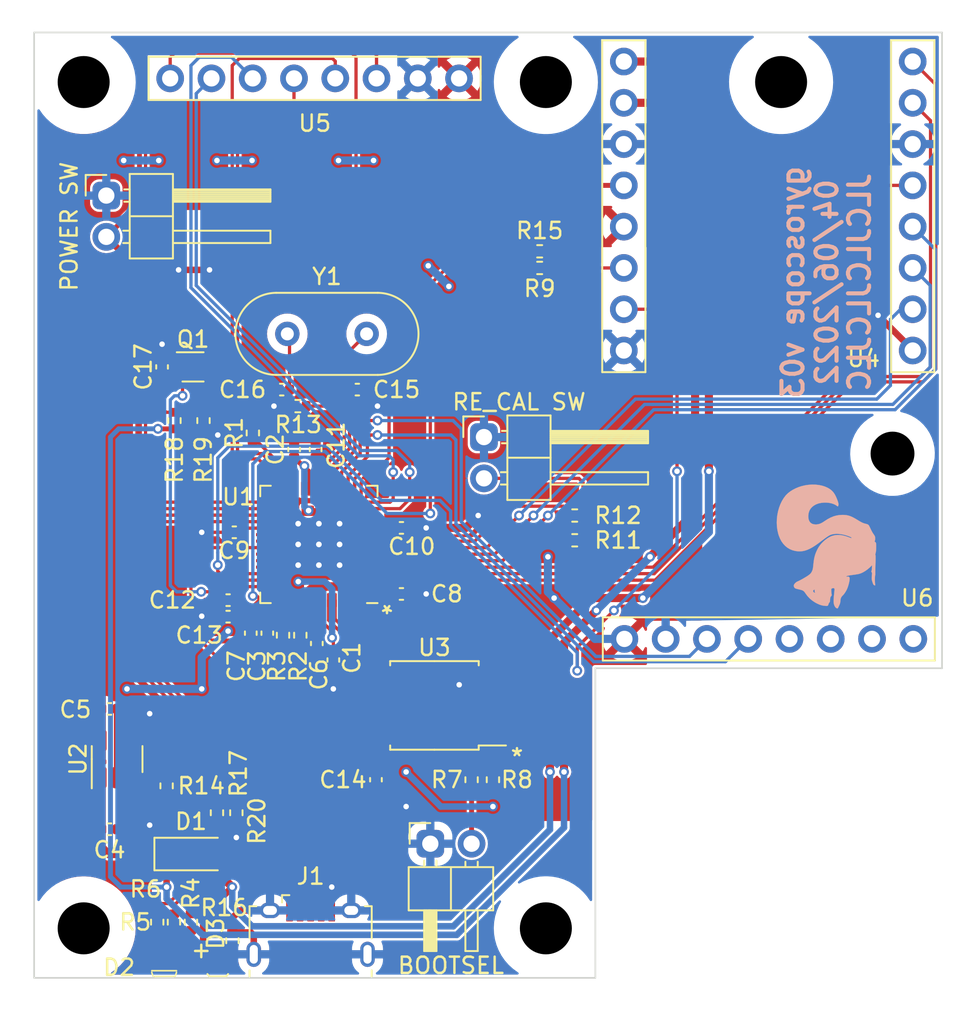
<source format=kicad_pcb>
(kicad_pcb (version 20211014) (generator pcbnew)
  (title_block (title "Gyroscope") (date "04/06/2022") (rev "v03") (comment 2 "https://creativecommons.org/licenses/by/4.0/") (comment 3 "License: CC BY 4.0") (comment 4 "Author: McLovin"))
  (layers (0 "F.Cu" signal) (31 "B.Cu" signal) (34 "B.Paste" user) (35 "F.Paste" user) (36 "B.SilkS" user "B.Silkscreen") (37 "F.SilkS" user "F.Silkscreen") (38 "B.Mask" user) (39 "F.Mask" user) (44 "Edge.Cuts" user))
  (net 0 "")
  (net 1 "/USB_D-")
  (net 2 "/USB_D+")
  (net 4 "GND")
  (net 5 "+3V3")
  (net 6 "/GP18")
  (net 7 "/GP17")
  (net 8 "/GP16")
  (net 9 "/GP11")
  (net 10 "/GP10")
  (net 11 "/GP13")
  (net 12 "Net-(R11-Pad1)")
  (net 13 "/GP0")
  (net 14 "/GP1")
  (net 15 "/GP2")
  (net 16 "/GP3")
  (net 17 "/GP4")
  (net 18 "/GP5")
  (net 19 "/GP6")
  (net 23 "/GP14")
  (net 24 "/GP15")
  (net 25 "/XIN")
  (net 26 "/XOUT")
  (net 27 "+1V1")
  (net 30 "Net-(R1-Pad2)")
  (net 31 "/GP19")
  (net 32 "/GP20")
  (net 33 "/GP21")
  (net 38 "/GP28")
  (net 39 "/ADC_VREF")
  (net 40 "Net-(R3-Pad1)")
  (net 41 "Net-(R2-Pad1)")
  (net 42 "/QSPI_SD3")
  (net 43 "/QSPI_SCLK")
  (net 44 "/QSPI_SD0")
  (net 45 "/QSPI_SD2")
  (net 46 "/QSPI_SD1")
  (net 47 "/QSPI_SS")
  (net 48 "Net-(D2-Pad2)")
  (net 49 "Net-(D2-Pad3)")
  (net 50 "Net-(D2-Pad4)")
  (net 52 "/VSYS")
  (net 57 "Net-(C16-Pad2)")
  (net 58 "/USB_BOOT")
  (net 59 "/3V3_EN")
  (net 61 "Net-(D3-Pad1)")
  (net 62 "/VBUS")
  (net 63 "Net-(C17-Pad1)")
  (net 64 "/GP29")
  (net 65 "Net-(C13-Pad1)")
  (net 66 "/GP24")
  (footprint "Capacitor_SMD:C_0402_1005Metric" (layer "F.Cu") (at 115.824 86.741 180)
    (fp_text reference "C13")
    (fp_text value "100nF")
  )
  (footprint "Connector_PinHeader_2.54mm:PinHeader_1x02_P2.54mm_Horizontal" (layer "F.Cu") (at 131.572 75.692)
    (fp_text reference "SW3")
    (fp_text value "RE_CAL")
  )
  (footprint "Connector_PinHeader_2.54mm:PinHeader_1x02_P2.54mm_Horizontal" (layer "F.Cu") (at 130.81 100.711 -90)
    (fp_text reference "J2")
    (fp_text value "BOOTSEL")
  )
  (footprint "Resistor_SMD:R_0402_1005Metric" (layer "F.Cu") (at 117.348 75.438 -90)
    (fp_text reference "R1")
    (fp_text value "10k")
  )
  (footprint "Crystal:Crystal_HC49-U_Vertical" (layer "F.Cu") (at 119.47 69.342)
    (fp_text reference "Y1")
    (fp_text value "ECS-120-18-4VX")
  )
  (footprint "Resistor_SMD:R_0402_1005Metric" (layer "F.Cu") (at 130.81 96.774 90)
    (fp_text reference "R7")
    (fp_text value "1k")
  )
  (footprint "gyroscope:PIM557" (layer "F.Cu") (at 149.098 61.722)
    (fp_text reference "U4")
    (fp_text value "PIM557")
  )
  (footprint "Capacitor_SMD:C_0402_1005Metric" (layer "F.Cu") (at 108.524 92.418)
    (fp_text reference "C5")
    (fp_text value "1uF")
  )
  (footprint "Resistor_SMD:R_0402_1005Metric" (layer "F.Cu") (at 116.089 106.68 90)
    (fp_text reference "R16")
    (fp_text value "1k")
  )
  (footprint "gyroscope:TFT_1.8in" (layer "F.Cu") (at 121.158 53.594 180)
    (fp_text reference "U5")
    (fp_text value "TFT_1.8in")
  )
  (footprint "MountingHole:MountingHole_3.2mm_M3" (layer "F.Cu") (at 106.934 105.918)
    (fp_text reference "H2")
    (fp_text value "MountingHole")
  )
  (footprint "Capacitor_SMD:C_0402_1005Metric" (layer "F.Cu") (at 116.205 81.55 180)
    (fp_text reference "C9")
    (fp_text value "100nF")
  )
  (footprint "Connector_PinHeader_2.54mm:PinHeader_1x02_P2.54mm_Horizontal" (layer "F.Cu") (at 108.329 60.833)
    (fp_text reference "SW2")
    (fp_text value "POWER")
  )
  (footprint "Resistor_SMD:R_0402_1005Metric" (layer "F.Cu") (at 112.0394 97.1515 90)
    (fp_text reference "R14")
    (fp_text value "10k")
  )
  (footprint "Resistor_SMD:R_0402_1005Metric" (layer "F.Cu") (at 111.462 105.537 90)
    (fp_text reference "R5")
    (fp_text value "220")
  )
  (footprint "Resistor_SMD:R_0402_1005Metric" (layer "F.Cu") (at 115.1394 98.806 90)
    (fp_text reference "R17")
    (fp_text value "5.6k")
  )
  (footprint "Resistor_SMD:R_0402_1005Metric" (layer "F.Cu") (at 135.001 65.286)
    (fp_text reference "R9")
    (fp_text value "1")
  )
  (footprint "Capacitor_SMD:C_0402_1005Metric" (layer "F.Cu") (at 123.778489 72.771 180)
    (fp_text reference "C15")
    (fp_text value "27pF")
  )
  (footprint "Capacitor_SMD:C_0402_1005Metric" (layer "F.Cu") (at 118.237 87.757 -90)
    (fp_text reference "C3")
    (fp_text value "1uF")
  )
  (footprint "Resistor_SMD:R_0402_1005Metric" (layer "F.Cu") (at 132.124 96.774 90)
    (fp_text reference "R8")
    (fp_text value "10k")
  )
  (footprint "Resistor_SMD:R_0402_1005Metric" (layer "F.Cu") (at 120.116 73.787)
    (fp_text reference "R13")
    (fp_text value "1k")
  )
  (footprint "Resistor_SMD:R_0402_1005Metric" (layer "F.Cu") (at 137.158 82.042 180)
    (fp_text reference "R11")
    (fp_text value "10k")
  )
  (footprint "Resistor_SMD:R_0402_1005Metric" (layer "F.Cu") (at 112.522 74.678 90)
    (fp_text reference "R18")
    (fp_text value "200k")
  )
  (footprint "gyroscope:RGB_LED" (layer "F.Cu") (at 111.887 108.6522)
    (fp_text reference "D2")
    (fp_text value "LED_AGRB")
  )
  (footprint "Resistor_SMD:R_0402_1005Metric" (layer "F.Cu") (at 135.001 64.262 180)
    (fp_text reference "R15")
    (fp_text value "200")
  )
  (footprint "gyroscope:CHR_LED" (layer "F.Cu") (at 115.189 108.2728 180)
    (fp_text reference "D3")
    (fp_text value "CHARGE_IND")
  )
  (footprint "Capacitor_SMD:C_0402_1005Metric" (layer "F.Cu") (at 122.301 89.408 -90)
    (fp_text reference "C1")
    (fp_text value "100nF")
  )
  (footprint "gyroscope:logo_mirrored" (layer "F.Cu") (at 152.654 82.423 90)
    (fp_text reference "U7" hide)
    (fp_text value "LOGO" hide)
  )
  (footprint "MountingHole:MountingHole_3.2mm_M3" (layer "F.Cu") (at 135.382 105.918)
    (fp_text reference "H3")
    (fp_text value "MountingHole")
  )
  (footprint "MountingHole:MountingHole_3.2mm_M3" (layer "F.Cu") (at 106.934 53.848)
    (fp_text reference "H4")
    (fp_text value "MountingHole")
  )
  (footprint "Resistor_SMD:R_0402_1005Metric" (layer "F.Cu") (at 119.20508 87.884 -90)
    (fp_text reference "R3")
    (fp_text value "27")
  )
  (footprint "Capacitor_SMD:C_0402_1005Metric" (layer "F.Cu") (at 119.888 76.454 90)
    (fp_text reference "C2")
    (fp_text value "100nF")
  )
  (footprint "Capacitor_SMD:C_0402_1005Metric" (layer "F.Cu") (at 117.221 87.757 -90)
    (fp_text reference "C7")
    (fp_text value "1uF")
  )
  (footprint "gyroscope:MPU-6050_pcb" (layer "F.Cu") (at 149.098 88.138 90)
    (fp_text reference "U6")
    (fp_text value "MPU-6050")
  )
  (footprint "Capacitor_SMD:C_0402_1005Metric" (layer "F.Cu") (at 126.492 81.28)
    (fp_text reference "C10")
    (fp_text value "100nF")
  )
  (footprint "Resistor_SMD:R_0402_1005Metric" (layer "F.Cu") (at 120.269 87.884 -90)
    (fp_text reference "R2")
    (fp_text value "27")
  )
  (footprint "Capacitor_SMD:C_0402_1005Metric" (layer "F.Cu") (at 121.285 88.392 -90)
    (fp_text reference "C6")
    (fp_text value "100nF")
  )
  (footprint "Package_TO_SOT_SMD:SOT-23-5" (layer "F.Cu") (at 108.994 95.504 90)
    (fp_text reference "U2")
    (fp_text value "ME6215C33M5G")
  )
  (footprint "Capacitor_SMD:C_0402_1005Metric" (layer "F.Cu") (at 111.76 71.374 90)
    (fp_text reference "C17")
    (fp_text value "1nF")
  )
  (footprint "Package_SO:SOIC-8_5.23x5.23mm_P1.27mm" (layer "F.Cu") (at 128.524 92.202 180)
    (fp_text reference "U3")
    (fp_text value "W25Q128JVS")
  )
  (footprint "Resistor_SMD:R_0402_1005Metric" (layer "F.Cu") (at 137.158 80.518 180)
    (fp_text reference "R12")
    (fp_text value "10k")
  )
  (footprint "Capacitor_SMD:C_0402_1005Metric" (layer "F.Cu") (at 124.924 96.774 -90)
    (fp_text reference "C14")
    (fp_text value "100nF")
  )
  (footprint "Capacitor_SMD:C_0402_1005Metric" (layer "F.Cu") (at 121.212 76.454 90)
    (fp_text reference "C11")
    (fp_text value "100nF")
  )
  (footprint "gyroscope:RP2040-QFN-56" (layer "F.Cu") (at 121.412 82.296 180)
    (fp_text reference "U1")
    (fp_text value "RP2040")
  )
  (footprint "Diode_SMD:D_SOD-123" (layer "F.Cu") (at 113.538 101.346)
    (fp_text reference "D1")
    (fp_text value "B5819W SL")
  )
  (footprint "Resistor_SMD:R_0402_1005Metric" (layer "F.Cu") (at 114.31 74.678 -90)
    (fp_text reference "R19")
    (fp_text value "100k")
  )
  (footprint "MountingHole:MountingHole_3.2mm_M3" (layer "F.Cu") (at 135.382 53.848)
    (fp_text reference "H1")
    (fp_text value "MountingHole")
  )
  (footprint "Capacitor_SMD:C_0402_1005Metric" (layer "F.Cu") (at 115.824 85.725 180)
    (fp_text reference "C12")
    (fp_text value "100nF")
  )
  (footprint "Capacitor_SMD:C_0402_1005Metric" (layer "F.Cu") (at 119.126 72.771)
    (fp_text reference "C16")
    (fp_text value "27pF")
  )
  (footprint "MountingHole:MountingHole_3.2mm_M3" (layer "F.Cu") (at 149.86 53.848)
    (fp_text reference "H6")
    (fp_text value "MountingHole")
  )
  (footprint "MountingHole:MountingHole_2.7mm_M2.5" (layer "F.Cu") (at 156.718 76.708)
    (fp_text reference "H5")
    (fp_text value "MountingHole")
  )
  (footprint "Resistor_SMD:R_0402_1005Metric" (layer "F.Cu") (at 116.332 98.806 -90)
    (fp_text reference "R20")
    (fp_text value "10k")
  )
  (footprint "gyroscope:USB 2.0 Micro B" (layer "F.Cu") (at 120.904 106.216)
    (fp_text reference "J1")
    (fp_text value "USB_B_Micro")
  )
  (footprint "Resistor_SMD:R_0402_1005Metric" (layer "F.Cu") (at 113.538 105.537 90)
    (fp_text reference "R4")
    (fp_text value "220")
  )
  (footprint "Capacitor_SMD:C_0402_1005Metric" (layer "F.Cu") (at 108.524 99.822)
    (fp_text reference "C4")
    (fp_text value "1uF")
  )
  (footprint "Package_TO_SOT_SMD:SOT-523" (layer "F.Cu") (at 113.665 71.374)
    (fp_text reference "Q1")
    (fp_text value "DMG1012T")
  )
  (footprint "Resistor_SMD:R_0402_1005Metric" (layer "F.Cu") (at 112.492 105.537 90)
    (fp_text reference "R6")
    (fp_text value "220")
  )
  (footprint "Capacitor_SMD:C_0402_1005Metric" (layer "F.Cu") (at 126.492 85.344)
    (fp_text reference "C8")
    (fp_text value "100nF")
  )
  (gr_line (start 159.766 89.916) (end 159.766 50.8) (layer "Edge.Cuts") (width 0.1))
  (gr_line (start 138.43 108.966) (end 103.886 108.966) (layer "Edge.Cuts") (width 0.1))
  (gr_line (start 103.886 50.8) (end 159.766 50.8) (layer "Edge.Cuts") (width 0.1))
  (gr_line (start 159.766 89.916) (end 138.43 89.916) (layer "Edge.Cuts") (width 0.1))
  (gr_line (start 138.43 89.916) (end 138.43 108.966) (layer "Edge.Cuts") (width 0.1))
  (gr_line (start 103.886 108.966) (end 103.886 50.8) (layer "Edge.Cuts") (width 0.1))
  (gr_text "JLCJLCJLCJLC" (at 154.686 66.167 90) (layer "B.SilkS") (effects (font (size 1.3 1.3) (thickness 0.25)) (justify mirror)))
  (gr_text "gyroscope v03\n04/06/2022" (at 151.638 66.167 90) (layer "B.SilkS") (effects (font (size 1.3 1.3) (thickness 0.25)) (justify mirror)))
  (gr_text "POWER SW" (at 106.045 62.738 90) (layer "F.SilkS") (effects (font (size 1 1))))
  (gr_text "RE_CAL SW" (at 133.731 73.533) (layer "F.SilkS") (effects (font (size 1 1))))
  (gr_text "BOOTSEL" (at 129.54 108.204) (layer "F.SilkS") (effects (font (size 1 1))))
  (gr_text "*" (at 133.604 95.377) (layer "F.SilkS") (effects (font (size 1 1))))
  (segment (start 120.254 103.3884) (end 119.8118 102.9462) (width 0.4) (layer "F.Cu") (net 1))
  (segment (start 120.254 104.816) (end 120.254 103.3884) (width 0.4) (layer "F.Cu") (net 1))
  (segment (start 119.20508 102.33948) (end 119.20508 89.408) (width 0.9144) (layer "F.Cu") (net 1))
  (segment (start 119.20508 89.408) (end 119.20508 89.281) (width 0.9144) (layer "F.Cu") (net 1))
  (segment (start 119.20508 89.281) (end 119.20508 88.394) (width 0.65) (layer "F.Cu") (net 1))
  (segment (start 119.8118 102.9462) (end 119.20508 102.33948) (width 0.9144) (layer "F.Cu") (net 1))
  (segment (start 120.269 89.281) (end 120.269 88.394) (width 0.65) (layer "F.Cu") (net 2))
  (segment (start 120.904 102.53379) (end 120.269 101.89879) (width 0.9144) (layer "F.Cu") (net 2))
  (segment (start 120.904 102.87) (end 120.904 102.53379) (width 0.9144) (layer "F.Cu") (net 2))
  (segment (start 120.904 104.816) (end 120.904 102.87) (width 0.4) (layer "F.Cu") (net 2))
  (segment (start 120.269 89.408) (end 120.269 89.281) (width 0.9144) (layer "F.Cu") (net 2))
  (segment (start 120.269 101.89879) (end 120.269 89.408) (width 0.9144) (layer "F.Cu") (net 2))
  (segment (start 123.625009 76.526991) (end 123.625009 74.041) (width 0.2) (layer "F.Cu") (net 4))
  (segment (start 157.96 70.33) (end 155.829 68.199) (width 0.4) (layer "F.Cu") (net 4))
  (segment (start 118.646 72.771) (end 118.646 73.787) (width 0.2) (layer "F.Cu") (net 4))
  (segment (start 121.793 91.186) (end 122.301 91.186) (width 0.4) (layer "F.Cu") (net 4))
  (segment (start 126.972 85.344) (end 128.016 85.344) (width 0.2) (layer "F.Cu") (net 4))
  (segment (start 114.201 86.713) (end 114.201 85.951) (width 0.3) (layer "F.Cu") (net 4))
  (segment (start 118.646 75.466) (end 118.646 73.787) (width 0.2) (layer "F.Cu") (net 4))
  (segment (start 114.427 85.725) (end 115.344 85.725) (width 0.3) (layer "F.Cu") (net 4))
  (segment (start 122.412 77.74) (end 123.625009 76.526991) (width 0.2) (layer "F.Cu") (net 4))
  (segment (start 109.004 92.418) (end 110.706 92.418) (width 0.4) (layer "F.Cu") (net 4))
  (segment (start 126.972 81.28) (end 128.016 81.28) (width 0.2) (layer "F.Cu") (net 4))
  (segment (start 116.545 104.816) (end 118.404 104.816) (width 0.4) (layer "F.Cu") (net 4))
  (segment (start 118.237 88.237) (end 117.221 88.237) (width 0.3) (layer "F.Cu") (net 4))
  (segment (start 121.285 90.678) (end 121.285 88.872) (width 0.4) (layer "F.Cu") (net 4))
  (segment (start 114.31 75.188) (end 114.812 75.188) (width 0.3) (layer "F.Cu") (net 4))
  (segment (start 114.201 87.729) (end 114.201 87.122) (width 0.3) (layer "F.Cu") (net 4))
  (segment (start 126.782 97.572) (end 126.782 98.425) (width 0.4) (layer "F.Cu") (net 4))
  (segment (start 157.96 70.366) (end 157.96 70.33) (width 0.4) (layer "F.Cu") (net 4))
  (segment (start 110.706 92.418) (end 110.998 92.71) (width 0.4) (layer "F.Cu") (net 4))
  (segment (start 110.744 99.822) (end 110.998 99.568) (width 0.4) (layer "F.Cu") (net 4))
  (segment (start 114.709 88.237) (end 114.201 87.729) (width 0.3) (layer "F.Cu") (net 4))
  (segment (start 114.201 87.122) (end 114.201 86.713) (width 0.3) (layer "F.Cu") (net 4))
  (segment (start 124.258489 72.771) (end 124.8156 72.771) (width 0.2) (layer "F.Cu") (net 4))
  (segment (start 121.285 90.678) (end 121.793 91.186) (width 0.4) (layer "F.Cu") (net 4))
  (segment (start 119.154 75.974) (end 119.888 75.974) (width 0.2) (layer "F.Cu") (net 4))
  (segment (start 114.681 65.405) (end 112.776 65.405) (width 0.4) (layer "F.Cu") (net 4))
  (segment (start 108.994 96.6415) (end 108.994 92.428) (width 0.4) (layer "F.Cu") (net 4))
  (segment (start 125.0188 72.9742) (end 125.0188 73.787) (width 0.2) (layer "F.Cu") (net 4))
  (segment (start 122.301 89.888) (end 122.301 91.186) (width 0.4) (layer "F.Cu") (net 4))
  (segment (start 115.725 81.55) (end 114.201 81.55) (width 0.2) (layer "F.Cu") (net 4))
  (segment (start 118.646 75.466) (end 119.154 75.974) (width 0.2) (layer "F.Cu") (net 4))
  (segment (start 123.879009 73.787) (end 125.0188 73.787) (width 0.2) (layer "F.Cu") (net 4))
  (segment (start 108.994 92.428) (end 109.004 92.418) (width 0.2) (layer "F.Cu") (net 4))
  (segment (start 122.204 104.816) (end 122.204 103.378) (width 0.4) (layer "F.Cu") (net 4))
  (segment (start 130.4544 81.28) (end 131.2164 80.518) (width 0.5) (layer "F.Cu") (net 4))
  (segment (start 115.344 86.741) (end 114.229 86.741) (width 0.3) (layer "F.Cu") (net 4))
  (segment (start 121.212 75.974) (end 119.888 75.974) (width 0.2) (layer "F.Cu") (net 4))
  (segment (start 117.221 88.237) (end 114.709 88.237) (width 0.3) (layer "F.Cu") (net 4))
  (segment (start 114.812 75.188) (end 115.189 75.565) (width 0.3) (layer "F.Cu") (net 4))
  (segment (start 116.332 99.316) (end 116.332 100.33) (width 0.2) (layer "F.Cu") (net 4))
  (segment (start 116.089 105.272) (end 116.545 104.816) (width 0.4) (layer "F.Cu") (net 4))
  (segment (start 114.229 86.741) (end 114.201 86.713) (width 0.3) (layer "F.Cu") (net 4))
  (segment (start 124.8156 72.771) (end 125.0188 72.9742) (width 0.2) (layer "F.Cu") (net 4))
  (segment (start 109.004 99.822) (end 110.744 99.822) (width 0.4) (layer "F.Cu") (net 4))
  (segment (start 124.924 97.254) (end 126.464 97.254) (width 0.4) (layer "F.Cu") (net 4))
  (segment (start 132.124 90.297) (end 130.683 90.297) (width 0.3) (layer "F.Cu") (net 4))
  (segment (start 128.016 81.28) (end 130.4544 81.28) (width 0.5) (layer "F.Cu") (net 4))
  (segment (start 111.76 70.894) (end 111.76 69.977) (width 0.2) (layer "F.Cu") (net 4))
  (segment (start 123.625009 74.041) (end 123.879009 73.787) (width 0.2) (layer "F.Cu") (net 4))
  (segment (start 117.219 106.17) (end 117.404 106.355) (width 0.4) (layer "F.Cu") (net 4))
  (segment (start 116.089 106.17) (end 116.089 105.272) (width 0.4) (layer "F.Cu") (net 4))
  (segment (start 114.201 85.951) (end 114.427 85.725) (width 0.3) (layer "F.Cu") (net 4))
  (segment (start 126.464 97.254) (end 126.782 97.572) (width 0.4) (layer "F.Cu") (net 4))
  (segment (start 130.683 90.297) (end 130.048 90.932) (width 0.3) (layer "F.Cu") (net 4))
  (segment (start 116.089 106.17) (end 117.219 106.17) (width 0.4) (layer "F.Cu") (net 4))
  (segment (start 117.404 106.355) (end 117.404 107.516) (width 0.4) (layer "F.Cu") (net 4))
  (segment (start 122.412 78.8585) (end 122.412 77.74) (width 0.2) (layer "F.Cu") (net 4))
  (via (at 118.646 73.787) (size 0.6) (drill 0.34) (layers "F.Cu" "B.Cu") (net 4))
  (via (at 115.189 75.565) (size 0.6) (drill 0.34) (layers "F.Cu" "B.Cu") (net 4))
  (via (at 128.016 85.344) (size 0.6) (drill 0.34) (layers "F.Cu" "B.Cu") (net 4))
  (via (at 128.016 81.28) (size 0.6) (drill 0.34) (layers "F.Cu" "B.Cu") (net 4))
  (via (at 110.998 99.568) (size 0.6) (drill 0.34) (layers "F.Cu" "B.Cu") (net 4))
  (via (at 112.776 65.405) (size 0.6) (drill 0.34) (layers "F.Cu" "B.Cu") (net 4))
  (via (at 155.829 68.199) (size 0.6) (drill 0.34) (layers "F.Cu" "B.Cu") (net 4))
  (via (at 116.332 100.33) (size 0.6) (drill 0.34) (layers "F.Cu" "B.Cu") (net 4))
  (via (at 114.201 86.713) (size 0.6) (drill 0.34) (layers "F.Cu" "B.Cu") (net 4))
  (via (at 111.76 69.977) (size 0.6) (drill 0.34) (layers "F.Cu" "B.Cu") (net 4))
  (via (at 110.998 92.71) (size 0.6) (drill 0.34) (layers "F.Cu" "B.Cu") (net 4))
  (via (at 131.2164 80.518) (size 0.6) (drill 0.34) (layers "F.Cu" "B.Cu") (net 4))
  (via (at 130.048 90.932) (size 0.6) (drill 0.34) (layers "F.Cu" "B.Cu") (net 4))
  (via (at 126.782 98.425) (size 0.6) (drill 0.34) (layers "F.Cu" "B.Cu") (net 4))
  (via (at 122.204 103.378) (size 0.6) (drill 0.34) (layers "F.Cu" "B.Cu") (net 4))
  (via (at 114.201 81.55) (size 0.6) (drill 0.34) (layers "F.Cu" "B.Cu") (net 4))
  (via (at 122.301 91.186) (size 0.6) (drill 0.34) (layers "F.Cu" "B.Cu") (net 4))
  (via (at 125.0188 73.787) (size 0.6) (drill 0.34) (layers "F.Cu" "B.Cu") (net 4))
  (via (at 114.681 65.405) (size 0.6) (drill 0.34) (layers "F.Cu" "B.Cu") (net 4))
  (segment (start 111.07052 69.03352) (end 111.07052 59.16028) (width 0.2) (layer "F.Cu") (net 5))
  (segment (start 119.212 85.7335) (end 119.212 86.162058) (width 0.2) (layer "F.Cu") (net 5))
  (segment (start 121.212 85.7335) (end 121.212 84.89) (width 0.2) (layer "F.Cu") (net 5))
  (segment (start 118.887058 86.487) (end 118.011 86.487) (width 0.2) (layer "F.Cu") (net 5))
  (segment (start 117.9745 81.296) (end 116.939 81.296) (width 0.2) (layer "F.Cu") (net 5))
  (segment (start 111.07052 59.16028) (end 111.5568 58.674) (width 0.2) (layer "F.Cu") (net 5))
  (segment (start 119.212 85.7335) (end 119.212 85.004) (width 0.2) (layer "F.Cu") (net 5))
  (segment (start 125.996 81.296) (end 126.012 81.28) (width 0.2) (layer "F.Cu") (net 5))
  (segment (start 124.8495 84.896) (end 124.012 84.896) (width 0.2) (layer "F.Cu") (net 5))
  (segment (start 117.9745 84.896) (end 118.678 84.896) (width 0.2) (layer "F.Cu") (net 5))
  (segment (start 124.8495 81.296) (end 123.968 81.296) (width 0.2) (layer "F.Cu") (net 5))
  (segment (start 118.011 86.487) (end 117.221 87.277) (width 0.2) (layer "F.Cu") (net 5))
  (segment (start 116.526 84.896) (end 116.304 85.118) (width 0.2) (layer "F.Cu") (net 5))
  (segment (start 121.212 78.8585) (end 121.212 79.556) (width 0.2) (layer "F.Cu") (net 5))
  (segment (start 124.924 96.294) (end 126.782 96.294) (width 0.5) (layer "F.Cu") (net 5))
  (segment (start 124.8495 81.296) (end 125.996 81.296) (width 0.2) (layer "F.Cu") (net 5))
  (segment (start 111.379 69.342) (end 111.07052 69.03352) (width 0.2) (layer "F.Cu") (net 5))
  (segment (start 108.044 92.418) (end 108.044 91.6) (width 0.4) (layer "F.Cu") (net 5))
  (segment (start 120.812 85.7335) (end 120.812 84.928) (width 0.2) (layer "F.Cu") (net 5))
  (segment (start 121.212 78.8585) (end 121.212 76.934) (width 0.2) (layer "F.Cu") (net 5))
  (segment (start 125.095 85.344) (end 126.012 85.344) (width 0.2) (layer "F.Cu") (net 5))
  (segment (start 119.212 86.162058) (end 118.887058 86.487) (width 0.2) (layer "F.Cu") (net 5))
  (segment (start 113.02 70.874) (end 113.02 69.84) (width 0.2) (layer "F.Cu") (net 5))
  (segment (start 121.212 79.556) (end 121.412 79.756) (width 0.2) (layer "F.Cu") (net 5))
  (segment (start 124.8495 84.896) (end 124.8495 85.0985) (width 0.2) (layer "F.Cu") (net 5))
  (segment (start 121.212 85.7335) (end 121.212 86.56) (width 0.2) (layer "F.Cu") (net 5))
  (segment (start 108.458 91.186) (end 109.601 91.186) (width 0.4) (layer "F.Cu") (net 5))
  (segment (start 121.285 87.376) (end 121.031 87.122) (width 0.2) (layer "F.Cu") (net 5))
  (segment (start 121.031 86.741) (end 120.812 86.522) (width 0.2) (layer "F.Cu") (net 5))
  (segment (start 120.812 84.928) (end 120.904 84.836) (width 0.2) (layer "F.Cu") (net 5))
  (segment (start 108.044 91.6) (end 108.458 91.186) (width 0.4) (layer "F.Cu") (net 5))
  (segment (start 121.285 87.912) (end 121.285 87.376) (width 0.2) (layer "F.Cu") (net 5))
  (segment (start 116.939 81.296) (end 116.685 81.55) (width 0.2) (layer "F.Cu") (net 5))
  (segment (start 113.02 69.84) (end 112.522 69.342) (width 0.2) (layer "F.Cu") (net 5))
  (segment (start 124.8495 85.0985) (end 125.095 85.344) (width 0.2) (layer "F.Cu") (net 5))
  (segment (start 117.9745 81.296) (end 118.856 81.296) (width 0.2) (layer "F.Cu") (net 5))
  (segment (start 121.031 87.122) (end 121.031 86.741) (width 0.2) (layer "F.Cu") (net 5))
  (segment (start 132.124 97.284) (end 132.124 98.425) (width 0.4) (layer "F.Cu") (net 5))
  (segment (start 116.304 85.118) (end 116.304 85.725) (width 0.2) (layer "F.Cu") (net 5))
  (segment (start 112.522 69.342) (end 111.379 69.342) (width 0.2) (layer "F.Cu") (net 5))
  (segment (start 121.212 86.56) (end 121.031 86.741) (width 0.2) (layer "F.Cu") (net 5))
  (segment (start 120.812 86.522) (end 120.812 85.7335) (width 0.2) (layer "F.Cu") (net 5))
  (segment (start 117.9745 84.896) (end 116.526 84.896) (width 0.2) (layer "F.Cu") (net 5))
  (via (at 124.7775 58.674) (size 0.6) (drill 0.34) (layers "F.Cu" "B.Cu") (net 5))
  (via (at 111.5568 58.674) (size 0.6) (drill 0.34) (layers "F.Cu" "B.Cu") (net 5))
  (via (at 126.782 96.294) (size 0.6) (drill 0.34) (layers "F.Cu" "B.Cu") (net 5))
  (via (at 129.413 66.421) (size 0.6) (drill 0.34) (layers "F.Cu" "B.Cu") (net 5))
  (via (at 115.1382 58.674) (size 0.6) (drill 0.34) (layers "F.Cu" "B.Cu") (net 5))
  (via (at 135.89 85.598) (size 0.6) (drill 0.34) (layers "F.Cu" "B.Cu") (net 5))
  (via (at 132.124 98.425) (size 0.6) (drill 0.34) (layers "F.Cu" "B.Cu") (net 5))
  (via (at 128.143 65.151) (size 0.6) (drill 0.34) (layers "F.Cu" "B.Cu") (net 5))
  (via (at 122.6185 58.674) (size 0.6) (drill 0.34) (layers "F.Cu" "B.Cu") (net 5))
  (via (at 117.2972 58.674) (size 0.6) (drill 0.34) (layers "F.Cu" "B.Cu") (net 5))
  (via (at 109.3978 58.674) (size 0.6) (drill 0.34) (layers "F.Cu" "B.Cu") (net 5))
  (via (at 109.601 91.186) (size 0.6) (drill 0.34) (layers "F.Cu" "B.Cu") (net 5))
  (via (at 115.824 87.63) (size 0.6) (drill 0.34) (layers "F.Cu" "B.Cu") (net 5))
  (via (at 114.201 91.186) (size 0.6) (drill 0.34) (layers "F.Cu" "B.Cu") (net 5))
  (via (at 135.509 83.058) (size 0.6) (drill 0.34) (layers "F.Cu" "B.Cu") (net 5))
  (segment (start 114.201 89.253) (end 115.824 87.63) (width 0.5) (layer "B.Cu") (net 5))
  (segment (start 128.143 65.151) (end 129.413 66.421) (width 0.5) (layer "B.Cu") (net 5))
  (segment (start 109.601 91.186) (end 114.201 91.186) (width 0.5) (layer "B.Cu") (net 5))
  (segment (start 109.3978 58.674) (end 111.5568 58.674) (width 0.5) (layer "B.Cu") (net 5))
  (segment (start 122.6185 58.674) (end 124.7775 58.674) (width 0.5) (layer "B.Cu") (net 5))
  (segment (start 132.124 98.425) (end 128.913 98.425) (width 0.4) (layer "B.Cu") (net 5))
  (segment (start 114.201 91.186) (end 114.201 89.253) (width 0.5) (layer "B.Cu") (net 5))
  (segment (start 115.1382 58.674) (end 117.2972 58.674) (width 0.5) (layer "B.Cu") (net 5))
  (segment (start 128.913 98.425) (end 126.782 96.294) (width 0.4) (layer "B.Cu") (net 5))
  (segment (start 140.216 88.11) (end 138.402 88.11) (width 0.5) (layer "B.Cu") (net 5))
  (segment (start 135.509 83.058) (end 135.509 85.217) (width 0.5) (layer "B.Cu") (net 5))
  (segment (start 138.402 88.11) (end 135.89 85.598) (width 0.5) (layer "B.Cu") (net 5))
  (segment (start 135.509 85.217) (end 135.89 85.598) (width 0.5) (layer "B.Cu") (net 5))
  (segment (start 110.744 52.197) (end 111.19752 51.74348) (width 0.2) (layer "F.Cu") (net 6))
  (segment (start 124.51448 51.74348) (end 124.96 52.189) (width 0.2) (layer "F.Cu") (net 6))
  (segment (start 111.19752 51.74348) (end 124.51448 51.74348) (width 0.2) (layer "F.Cu") (net 6))
  (segment (start 111.446 79.696) (end 110.744 78.994) (width 0.2) (layer "F.Cu") (net 6))
  (segment (start 110.744 78.994) (end 110.744 52.197) (width 0.2) (layer "F.Cu") (net 6))
  (segment (start 124.96 52.189) (end 124.96 53.622) (width 0.2) (layer "F.Cu") (net 6))
  (segment (start 117.9745 79.696) (end 111.446 79.696) (width 0.2) (layer "F.Cu") (net 6))
  (segment (start 116.078 52.832) (end 116.51348 52.39652) (width 0.2) (layer "F.Cu") (net 7))
  (segment (start 122.42 52.57) (end 122.42 53.622) (width 0.2) (layer "F.Cu") (net 7))
  (segment (start 116.078 76.835) (end 116.078 52.832) (width 0.2) (layer "F.Cu") (net 7))
  (segment (start 118.812 78.172) (end 117.67452 77.03452) (width 0.2) (layer "F.Cu") (net 7))
  (segment (start 122.24652 52.39652) (end 122.42 52.57) (width 0.2) (layer "F.Cu") (net 7))
  (segment (start 116.51348 52.39652) (end 122.24652 52.39652) (width 0.2) (layer "F.Cu") (net 7))
  (segment (start 117.67452 77.03452) (end 116.27752 77.03452) (width 0.2) (layer "F.Cu") (net 7))
  (segment (start 116.27752 77.03452) (end 116.078 76.835) (width 0.2) (layer "F.Cu") (net 7))
  (segment (start 118.812 78.8585) (end 118.812 78.172) (width 0.2) (layer "F.Cu") (net 7))
  (segment (start 119.212 78.8585) (end 119.212 78.01777) (width 0.2) (layer "F.Cu") (net 8))
  (segment (start 117.90223 76.708) (end 116.586 76.708) (width 0.2) (layer "F.Cu") (net 8))
  (segment (start 116.40452 55.55348) (end 116.713 55.245) (width 0.2) (layer "F.Cu") (net 8))
  (segment (start 119.212 78.01777) (end 117.90223 76.708) (width 0.2) (layer "F.Cu") (net 8))
  (segment (start 116.713 55.245) (end 119.634 55.245) (width 0.2) (layer "F.Cu") (net 8))
  (segment (start 116.40452 76.52652) (end 116.40452 55.55348) (width 0.2) (layer "F.Cu") (net 8))
  (segment (start 116.586 76.708) (end 116.40452 76.52652) (width 0.2) (layer "F.Cu") (net 8))
  (segment (start 119.88 54.999) (end 119.88 53.622) (width 0.2) (layer "F.Cu") (net 8))
  (segment (start 119.634 55.245) (end 119.88 54.999) (width 0.2) (layer "F.Cu") (net 8))
  (segment (start 124.8495 79.696) (end 125.79 79.696) (width 0.2) (layer "F.Cu") (net 9))
  (segment (start 125.79 79.696) (end 125.984 79.502) (width 0.2) (layer "F.Cu") (net 9))
  (segment (start 125.984 79.502) (end 125.984 77.851) (width 0.2) (layer "F.Cu") (net 9))
  (via (at 125.984 77.851) (size 0.6) (drill 0.34) (layers "F.Cu" "B.Cu") (net 9))
  (segment (start 113.538 66.50177) (end 113.538 52.832) (width 0.2) (layer "B.Cu") (net 9))
  (segment (start 125.984 77.851) (end 125.984 77.089) (width 0.2) (layer "B.Cu") (net 9))
  (segment (start 116.042 52.324) (end 117.34 53.622) (width 0.2) (layer "B.Cu") (net 9))
  (segment (start 125.73902 76.84402) (end 123.88025 76.84402) (width 0.2) (layer "B.Cu") (net 9))
  (segment (start 125.984 77.089) (end 125.73902 76.84402) (width 0.2) (layer "B.Cu") (net 9))
  (segment (start 113.538 52.832) (end 114.046 52.324) (width 0.2) (layer "B.Cu") (net 9))
  (segment (start 123.88025 76.84402) (end 113.538 66.50177) (width 0.2) (layer "B.Cu") (net 9))
  (segment (start 114.046 52.324) (end 116.042 52.324) (width 0.2) (layer "B.Cu") (net 9))
  (segment (start 124.8495 80.096) (end 126.406 80.096) (width 0.2) (layer "F.Cu") (net 10))
  (segment (start 127 79.502) (end 127 77.851) (width 0.2) (layer "F.Cu") (net 10))
  (segment (start 126.406 80.096) (end 127 79.502) (width 0.2) (layer "F.Cu") (net 10))
  (via (at 127 77.851) (size 0.6) (drill 0.34) (layers "F.Cu" "B.Cu") (net 10))
  (segment (start 124.0155 76.5175) (end 113.86452 66.36652) (width 0.2) (layer "B.Cu") (net 10))
  (segment (start 126.1745 76.5175) (end 124.0155 76.5175) (width 0.2) (layer "B.Cu") (net 10))
  (segment (start 113.86452 54.55748) (end 114.8 53.622) (width 0.2) (layer "B.Cu") (net 10))
  (segment (start 127 77.343) (end 126.1745 76.5175) (width 0.2) (layer "B.Cu") (net 10))
  (segment (start 113.86452 66.36652) (end 113.86452 54.55748) (width 0.2) (layer "B.Cu") (net 10))
  (segment (start 127 77.851) (end 127 77.343) (width 0.2) (layer "B.Cu") (net 10))
  (segment (start 125.73 65.024) (end 123.698 62.992) (width 0.2) (layer "F.Cu") (net 11))
  (segment (start 125.73 76.962) (end 125.73 65.024) (width 0.2) (layer "F.Cu") (net 11))
  (segment (start 112.26 52.332) (end 112.26 53.622) (width 0.2) (layer "F.Cu") (net 11))
  (segment (start 124.396354 77.47) (end 125.222 77.47) (width 0.2) (layer "F.Cu") (net 11))
  (segment (start 123.612 78.254354) (end 124.396354 77.47) (width 0.2) (layer "F.Cu") (net 11))
  (segment (start 112.522 52.07) (end 112.26 52.332) (width 0.2) (layer "F.Cu") (net 11))
  (segment (start 123.698 52.324) (end 123.444 52.07) (width 0.2) (layer "F.Cu") (net 11))
  (segment (start 123.698 62.992) (end 123.698 52.324) (width 0.2) (layer "F.Cu") (net 11))
  (segment (start 125.222 77.47) (end 125.73 76.962) (width 0.2) (layer "F.Cu") (net 11))
  (segment (start 123.612 78.8585) (end 123.612 78.254354) (width 0.2) (layer "F.Cu") (net 11))
  (segment (start 123.444 52.07) (end 112.522 52.07) (width 0.2) (layer "F.Cu") (net 11))
  (segment (start 137.668 78.486) (end 137.668 80.518) (width 0.2) (layer "F.Cu") (net 12))
  (segment (start 137.668 80.518) (end 137.668 82.042) (width 0.2) (layer "F.Cu") (net 12))
  (segment (start 131.572 78.232) (end 137.414 78.232) (width 0.2) (layer "F.Cu") (net 12))
  (segment (start 137.414 78.232) (end 137.668 78.486) (width 0.2) (layer "F.Cu") (net 12))
  (segment (start 158.590865 72.295135) (end 159.385 71.501) (width 0.2) (layer "F.Cu") (net 13))
  (segment (start 142.11254 84.496) (end 154.313405 72.295135) (width 0.2) (layer "F.Cu") (net 13))
  (segment (start 154.313405 72.295135) (end 158.590865 72.295135) (width 0.2) (layer "F.Cu") (net 13))
  (segment (start 159.385 54.011) (end 157.96 52.586) (width 0.2) (layer "F.Cu") (net 13))
  (segment (start 159.385 71.501) (end 159.385 54.011) (width 0.2) (layer "F.Cu") (net 13))
  (segment (start 124.8495 84.496) (end 142.11254 84.496) (width 0.2) (layer "F.Cu") (net 13))
  (segment (start 158.455615 71.968615) (end 159.05848 71.36575) (width 0.2) (layer "F.Cu") (net 14))
  (segment (start 142.05077 84.096) (end 154.178155 71.968615) (width 0.2) (layer "F.Cu") (net 14))
  (segment (start 159.05848 71.36575) (end 159.05848 56.22448) (width 0.2) (layer "F.Cu") (net 14))
  (segment (start 159.05848 56.22448) (end 157.96 55.126) (width 0.2) (layer "F.Cu") (net 14))
  (segment (start 124.8495 84.096) (end 142.05077 84.096) (width 0.2) (layer "F.Cu") (net 14))
  (segment (start 154.178155 71.968615) (end 158.455615 71.968615) (width 0.2) (layer "F.Cu") (net 14))
  (segment (start 153.9905 71.6945) (end 153.9905 61.0205) (width 0.2) (layer "F.Cu") (net 15))
  (segment (start 153.9905 61.0205) (end 154.805 60.206) (width 0.2) (layer "F.Cu") (net 15))
  (segment (start 124.8495 83.696) (end 141.989 83.696) (width 0.2) (layer "F.Cu") (net 15))
  (segment (start 141.989 83.696) (end 153.9905 71.6945) (width 0.2) (layer "F.Cu") (net 15))
  (segment (start 154.805 60.206) (end 157.96 60.206) (width 0.2) (layer "F.Cu") (net 15))
  (segment (start 124.8495 83.296) (end 132.731 83.296) (width 0.2) (layer "F.Cu") (net 16))
  (segment (start 132.731 83.296) (end 135.509 80.518) (width 0.2) (layer "F.Cu") (net 16))
  (via (at 135.509 80.518) (size 0.6) (drill 0.34) (layers "F.Cu" "B.Cu") (net 16))
  (segment (start 142.018521 74.008479) (end 142.715479 74.008479) (width 0.2) (layer "B.Cu") (net 16))
  (segment (start 135.509 80.518) (end 142.018521 74.008479) (width 0.2) (layer "B.Cu") (net 16))
  (segment (start 142.715479 74.008479) (end 156.877521 74.008479) (width 0.2) (layer "B.Cu") (net 16))
  (segment (start 159.363031 71.522968) (end 159.363031 64.149031) (width 0.2) (layer "B.Cu") (net 16))
  (segment (start 156.877521 74.008479) (end 159.363031 71.522968) (width 0.2) (layer "B.Cu") (net 16))
  (segment (start 159.363031 64.149031) (end 157.96 62.746) (width 0.2) (layer "B.Cu") (net 16))
  (segment (start 132.242 82.896) (end 134.62 80.518) (width 0.2) (layer "F.Cu") (net 17))
  (segment (start 124.8495 82.896) (end 132.242 82.896) (width 0.2) (layer "F.Cu") (net 17))
  (via (at 134.62 80.518) (size 0.6) (drill 0.34) (layers "F.Cu" "B.Cu") (net 17))
  (segment (start 141.964041 73.681959) (end 156.742271 73.681959) (width 0.2) (layer "B.Cu") (net 17))
  (segment (start 156.742271 73.681959) (end 159.036511 71.387719) (width 0.2) (layer "B.Cu") (net 17))
  (segment (start 141.456041 73.681959) (end 141.964041 73.681959) (width 0.2) (layer "B.Cu") (net 17))
  (segment (start 134.62 80.518) (end 141.456041 73.681959) (width 0.2) (layer "B.Cu") (net 17))
  (segment (start 159.036511 66.362511) (end 157.96 65.286) (width 0.2) (layer "B.Cu") (net 17))
  (segment (start 159.036511 71.387719) (end 159.036511 66.362511) (width 0.2) (layer "B.Cu") (net 17))
  (segment (start 131.753 82.496) (end 133.731 80.518) (width 0.2) (layer "F.Cu") (net 18))
  (segment (start 124.8495 82.496) (end 131.753 82.496) (width 0.2) (layer "F.Cu") (net 18))
  (via (at 133.731 80.518) (size 0.6) (drill 0.34) (layers "F.Cu" "B.Cu") (net 18))
  (segment (start 140.893561 73.355439) (end 141.300439 73.355439) (width 0.2) (layer "B.Cu") (net 18))
  (segment (start 155.752561 73.355439) (end 156.591 72.517) (width 0.2) (layer "B.Cu") (net 18))
  (segment (start 156.591 68.453) (end 157.218 67.826) (width 0.2) (layer "B.Cu") (net 18))
  (segment (start 157.218 67.826) (end 157.96 67.826) (width 0.2) (layer "B.Cu") (net 18))
  (segment (start 156.591 72.517) (end 156.591 68.453) (width 0.2) (layer "B.Cu") (net 18))
  (segment (start 141.300439 73.355439) (end 155.752561 73.355439) (width 0.2) (layer "B.Cu") (net 18))
  (segment (start 133.731 80.518) (end 140.893561 73.355439) (width 0.2) (layer "B.Cu") (net 18))
  (segment (start 131.01 82.096) (end 133.1595 79.9465) (width 0.2) (layer "F.Cu") (net 19))
  (segment (start 136.648 80.133) (end 136.4615 79.9465) (width 0.2) (layer "F.Cu") (net 19))
  (segment (start 136.4615 79.9465) (end 133.1595 79.9465) (width 0.2) (layer "F.Cu") (net 19))
  (segment (start 136.648 80.518) (end 136.648 80.133) (width 0.2) (layer "F.Cu") (net 19))
  (segment (start 124.8495 82.096) (end 131.01 82.096) (width 0.2) (layer "F.Cu") (net 19))
  (segment (start 124.3965 75.7555) (end 124.587 75.565) (width 0.2) (layer "F.Cu") (net 23))
  (segment (start 124.2695 77.0255) (end 124.3965 76.8985) (width 0.2) (layer "F.Cu") (net 23))
  (segment (start 123.212 78.8585) (end 123.212 78.083) (width 0.2) (layer "F.Cu") (net 23))
  (segment (start 124.587 75.565) (end 125.0188 75.565) (width 0.2) (layer "F.Cu") (net 23))
  (segment (start 123.212 78.083) (end 124.2695 77.0255) (width 0.2) (layer "F.Cu") (net 23))
  (segment (start 124.3965 76.8985) (end 124.3965 75.7555) (width 0.2) (layer "F.Cu") (net 23))
  (via (at 125.0188 75.565) (size 0.6) (drill 0.34) (layers "F.Cu" "B.Cu") (net 23))
  (segment (start 125.0188 75.565) (end 129.54 75.565) (width 0.2) (layer "B.Cu") (net 23))
  (segment (start 129.84848 81.03425) (end 130.071115 81.256885) (width 0.2) (layer "B.Cu") (net 23))
  (segment (start 129.84848 75.87348) (end 129.84848 81.03425) (width 0.2) (layer "B.Cu") (net 23))
  (segment (start 146.432969 89.513031) (end 138.916031 89.513031) (width 0.2) (layer "B.Cu") (net 23))
  (segment (start 147.836 88.11) (end 146.432969 89.513031) (width 0.2) (layer "B.Cu") (net 23))
  (segment (start 130.071115 81.256885) (end 138.327261 89.513031) (width 0.2) (layer "B.Cu") (net 23))
  (segment (start 138.327261 89.513031) (end 138.916031 89.513031) (width 0.2) (layer "B.Cu") (net 23))
  (segment (start 129.54 75.565) (end 129.84848 75.87348) (width 0.2) (layer "B.Cu") (net 23))
  (segment (start 123.952 76.708) (end 123.952 74.93) (width 0.2) (layer "F.Cu") (net 24))
  (segment (start 122.812 77.848) (end 122.812 78.8585) (width 0.2) (layer "F.Cu") (net 24))
  (segment (start 123.952 74.93) (end 124.206 74.676) (width 0.2) (layer "F.Cu") (net 24))
  (segment (start 122.812 77.848) (end 123.952 76.708) (width 0.2) (layer "F.Cu") (net 24))
  (segment (start 124.206 74.676) (end 125.0188 74.676) (width 0.2) (layer "F.Cu") (net 24))
  (via (at 125.0188 74.676) (size 0.6) (drill 0.34) (layers "F.Cu" "B.Cu") (net 24))
  (segment (start 130.175 80.899) (end 138.462511 89.186511) (width 0.2) (layer "B.Cu") (net 24))
  (segment (start 144.219489 89.186511) (end 145.296 88.11) (width 0.2) (layer "B.Cu") (net 24))
  (segment (start 130.175 75.184) (end 130.175 80.899) (width 0.2) (layer "B.Cu") (net 24))
  (segment (start 138.462511 89.186511) (end 144.219489 89.186511) (width 0.2) (layer "B.Cu") (net 24))
  (segment (start 129.667 74.676) (end 130.175 75.184) (width 0.2) (layer "B.Cu") (net 24))
  (segment (start 125.0188 74.676) (end 129.667 74.676) (width 0.2) (layer "B.Cu") (net 24))
  (segment (start 123.298489 70.393511) (end 123.298489 70.466489) (width 0.2) (layer "F.Cu") (net 25))
  (segment (start 124.35 69.342) (end 123.298489 70.393511) (width 0.2) (layer "F.Cu") (net 25))
  (segment (start 122.012 77.67823) (end 123.298489 76.391742) (width 0.2) (layer "F.Cu") (net 25))
  (segment (start 123.298489 72.771) (end 123.298489 70.466489) (width 0.2) (layer "F.Cu") (net 25))
  (segment (start 123.298489 76.391742) (end 123.298489 72.771) (width 0.2) (layer "F.Cu") (net 25))
  (segment (start 122.012 78.8585) (end 122.012 77.67823) (width 0.2) (layer "F.Cu") (net 25))
  (segment (start 121.612 77.616461) (end 122.09323 77.13523) (width 0.2) (layer "F.Cu") (net 26))
  (segment (start 122.971969 76.256493) (end 122.971969 74.203969) (width 0.2) (layer "F.Cu") (net 26))
  (segment (start 122.09323 77.13523) (end 122.971969 76.256493) (width 0.2) (layer "F.Cu") (net 26))
  (segment (start 122.971969 74.203969) (end 122.555 73.787) (width 0.2) (layer "F.Cu") (net 26))
  (segment (start 122.555 73.787) (end 120.626 73.787) (width 0.2) (layer "F.Cu") (net 26))
  (segment (start 121.612 78.8585) (end 121.612 77.616461) (width 0.2) (layer "F.Cu") (net 26))
  (segment (start 122.2248 87.6618) (end 121.612 87.049) (width 0.2) (layer "F.Cu") (net 27))
  (segment (start 121.612 87.049) (end 121.612 85.7335) (width 0.2) (layer "F.Cu") (net 27))
  (segment (start 122.2248 88.0364) (end 122.2248 87.6618) (width 0.2) (layer "F.Cu") (net 27))
  (segment (start 122.301 88.1126) (end 122.2248 88.0364) (width 0.2) (layer "F.Cu") (net 27))
  (segment (start 119.612 86.636) (end 119.372186 86.875814) (width 0.2) (layer "F.Cu") (net 27))
  (segment (start 122.301 88.928) (end 122.301 88.1126) (width 0.2) (layer "F.Cu") (net 27))
  (segment (start 119.612 85.7335) (end 119.612 84.858) (width 0.2) (layer "F.Cu") (net 27))
  (segment (start 119.372186 86.875814) (end 118.483186 86.875814) (width 0.2) (layer "F.Cu") (net 27))
  (segment (start 118.483186 86.875814) (end 118.237 87.122) (width 0.2) (layer "F.Cu") (net 27))
  (segment (start 120.812 78.8585) (end 120.812 77.759) (width 0.2) (layer "F.Cu") (net 27))
  (segment (start 119.612 85.7335) (end 119.612 86.636) (width 0.2) (layer "F.Cu") (net 27))
  (segment (start 118.237 87.122) (end 118.237 87.277) (width 0.2) (layer "F.Cu") (net 27))
  (segment (start 120.523 77.47) (end 120.424 77.47) (width 0.3) (layer "F.Cu") (net 27))
  (segment (start 120.424 77.47) (end 119.888 76.934) (width 0.3) (layer "F.Cu") (net 27))
  (segment (start 120.812 77.759) (end 120.523 77.47) (width 0.2) (layer "F.Cu") (net 27))
  (via (at 120.523 77.47) (size 0.6) (drill 0.34) (layers "F.Cu" "B.Cu") (net 27))
  (via (at 120.777 80.2132) (size 0.6) (drill 0.34) (layers "F.Cu" "B.Cu") (net 27))
  (via (at 120.142 84.582) (size 0.6) (drill 0.34) (layers "F.Cu" "B.Cu") (net 27))
  (via (at 122.2248 88.0364) (size 0.6) (drill 0.34) (layers "F.Cu" "B.Cu") (net 27))
  (segment (start 122.2248 85.0392) (end 122.2248 88.0364) (width 0.4) (layer "B.Cu") (net 27))
  (segment (start 120.523 79.9592) (end 120.523 77.47) (width 0.4) (layer "B.Cu") (net 27))
  (segment (start 121.7676 84.582) (end 120.142 84.582) (width 0.4) (layer "B.Cu") (net 27))
  (segment (start 121.7676 84.582) (end 122.2248 85.0392) (width 0.4) (layer "B.Cu") (net 27))
  (segment (start 120.777 80.2132) (end 120.523 79.9592) (width 0.4) (layer "B.Cu") (net 27))
  (segment (start 119.612 78.8585) (end 119.612 77.956) (width 0.2) (layer "F.Cu") (net 30))
  (segment (start 119.612 77.956) (end 117.604 75.948) (width 0.2) (layer "F.Cu") (net 30))
  (segment (start 117.604 75.948) (end 117.348 75.948) (width 0.2) (layer "F.Cu") (net 30))
  (segment (start 113.25548 92.93548) (end 113.25548 103.28675) (width 0.2) (layer "F.Cu") (net 31))
  (segment (start 113.25548 103.28675) (end 112.14823 104.394) (width 0.2) (layer "F.Cu") (net 31))
  (segment (start 111.76 104.394) (end 111.462 104.692) (width 0.2) (layer "F.Cu") (net 31))
  (segment (start 111.465 80.096) (end 110.744 80.817) (width 0.2) (layer "F.Cu") (net 31))
  (segment (start 117.9745 80.096) (end 111.465 80.096) (width 0.2) (layer "F.Cu") (net 31))
  (segment (start 112.14823 104.394) (end 111.76 104.394) (width 0.2) (layer "F.Cu") (net 31))
  (segment (start 111.462 104.692) (end 111.462 105.027) (width 0.2) (layer "F.Cu") (net 31))
  (segment (start 110.744 80.817) (end 110.744 90.424) (width 0.2) (layer "F.Cu") (net 31))
  (segment (start 110.744 90.424) (end 113.25548 92.93548) (width 0.2) (layer "F.Cu") (net 31))
  (segment (start 112.492 105.027) (end 112.492 104.512) (width 0.2) (layer "F.Cu") (net 32))
  (segment (start 111.07052 81.08048) (end 111.655 80.496) (width 0.2) (layer "F.Cu") (net 32))
  (segment (start 113.582 103.422) (end 113.582 92.80023) (width 0.2) (layer "F.Cu") (net 32))
  (segment (start 111.07052 90.28875) (end 111.07052 81.08048) (width 0.2) (layer "F.Cu") (net 32))
  (segment (start 113.582 92.80023) (end 111.07052 90.28875) (width 0.2) (layer "F.Cu") (net 32))
  (segment (start 112.492 104.512) (end 113.582 103.422) (width 0.2) (layer "F.Cu") (net 32))
  (segment (start 111.655 80.496) (end 117.9745 80.496) (width 0.2) (layer "F.Cu") (net 32))
  (segment (start 113.93627 92.69273) (end 111.39704 90.1535) (width 0.2) (layer "F.Cu") (net 33))
  (segment (start 113.538 105.027) (end 113.538 104.648) (width 0.2) (layer "F.Cu") (net 33))
  (segment (start 111.763 80.896) (end 117.9745 80.896) (width 0.2) (layer "F.Cu") (net 33))
  (segment (start 113.93627 104.24973) (end 113.93627 92.69273) (width 0.2) (layer "F.Cu") (net 33))
  (segment (start 111.39704 90.1535) (end 111.39704 81.26196) (width 0.2) (layer "F.Cu") (net 33))
  (segment (start 113.538 104.648) (end 113.93627 104.24973) (width 0.2) (layer "F.Cu") (net 33))
  (segment (start 111.39704 81.26196) (end 111.763 80.896) (width 0.2) (layer "F.Cu") (net 33))
  (segment (start 117.9745 84.096) (end 115.548 84.096) (width 0.2) (layer "F.Cu") (net 38))
  (segment (start 140.18 67.826) (end 143.01 67.826) (width 0.2) (layer "F.Cu") (net 38))
  (segment (start 115.548 84.096) (end 115.338 84.096) (width 0.2) (layer "F.Cu") (net 38))
  (segment (start 115.338 84.096) (end 115.189 83.947) (width 0.2) (layer "F.Cu") (net 38))
  (segment (start 143.455208 68.271208) (end 143.455208 77.796208) (width 0.2) (layer "F.Cu") (net 38))
  (segment (start 143.01 67.826) (end 143.455208 68.271208) (width 0.2) (layer "F.Cu") (net 38))
  (segment (start 115.189 83.947) (end 115.189 83.566) (width 0.2) (layer "F.Cu") (net 38))
  (segment (start 139.573 86.36) (end 137.3124 88.6206) (width 0.2) (layer "F.Cu") (net 38))
  (segment (start 137.3124 88.6206) (end 137.3124 90.0684) (width 0.2) (layer "F.Cu") (net 38))
  (via (at 115.189 83.566) (size 0.6) (drill 0.34) (layers "F.Cu" "B.Cu") (net 38))
  (via (at 137.3124 90.0684) (size 0.6) (drill 0.34) (layers "F.Cu" "B.Cu") (net 38))
  (via (at 139.573 86.36) (size 0.6) (drill 0.34) (layers "F.Cu" "B.Cu") (net 38))
  (via (at 143.455208 77.796208) (size 0.6) (drill 0.34) (layers "F.Cu" "B.Cu") (net 38))
  (segment (start 115.189 83.566) (end 115.189 82.804) (width 0.2) (layer "B.Cu") (net 38))
  (segment (start 143.455208 77.796208) (end 143.455208 81.733208) (width 0.2) (layer "B.Cu") (net 38))
  (segment (start 139.573 86.36) (end 143.455208 82.477792) (width 0.2) (layer "B.Cu") (net 38))
  (segment (start 115.189 76.962) (end 115.189 82.804) (width 0.2) (layer "B.Cu") (net 38))
  (segment (start 129.52196 80.24596) (end 128.864615 79.588615) (width 0.2) (layer "B.Cu") (net 38))
  (segment (start 115.89652 76.25448) (end 115.189 76.962) (width 0.2) (layer "B.Cu") (net 38))
  (segment (start 143.455208 82.477792) (end 143.455208 81.733208) (width 0.2) (layer "B.Cu") (net 38))
  (segment (start 121.92825 76.25448) (end 115.89652 76.25448) (width 0.2) (layer "B.Cu") (net 38))
  (segment (start 125.262385 79.588615) (end 121.92825 76.25448) (width 0.2) (layer "B.Cu") (net 38))
  (segment (start 137.3124 88.95994) (end 129.52196 81.169499) (width 0.2) (layer "B.Cu") (net 38))
  (segment (start 137.3124 90.0684) (end 137.3124 88.95994) (width 0.2) (layer "B.Cu") (net 38))
  (segment (start 128.864615 79.588615) (end 125.262385 79.588615) (width 0.2) (layer "B.Cu") (net 38))
  (segment (start 129.52196 81.169499) (end 129.52196 80.24596) (width 0.2) (layer "B.Cu") (net 38))
  (segment (start 135.511 65.286) (end 140.18 65.286) (width 0.2) (layer "F.Cu") (net 39))
  (segment (start 135.511 65.286) (end 135.511 64.262) (width 0.2) (layer "F.Cu") (net 39))
  (segment (start 120.012 85.7335) (end 120.012 86.799734) (width 0.2) (layer "F.Cu") (net 40))
  (segment (start 119.437734 87.374) (end 119.20508 87.374) (width 0.2) (layer "F.Cu") (net 40))
  (segment (start 120.012 86.799734) (end 119.437734 87.374) (width 0.2) (layer "F.Cu") (net 40))
  (segment (start 120.412 86.884) (end 120.412 85.7335) (width 0.2) (layer "F.Cu") (net 41))
  (segment (start 120.269 87.027) (end 120.412 86.884) (width 0.2) (layer "F.Cu") (net 41))
  (segment (start 120.269 87.374) (end 120.269 87.027) (width 0.2) (layer "F.Cu") (net 41))
  (segment (start 122.012 85.7335) (end 122.012 86.96) (width 0.2) (layer "F.Cu") (net 42))
  (segment (start 122.012 86.96) (end 122.936 87.884) (width 0.2) (layer "F.Cu") (net 42))
  (segment (start 122.936 87.884) (end 122.936 91.948) (width 0.2) (layer "F.Cu") (net 42))
  (segment (start 124.924 92.837) (end 123.825 92.837) (width 0.2) (layer "F.Cu") (net 42))
  (segment (start 123.825 92.837) (end 122.936 91.948) (width 0.2) (layer "F.Cu") (net 42))
  (segment (start 123.71604 91.567) (end 123.26252 91.11348) (width 0.2) (layer "F.Cu") (net 43))
  (segment (start 122.412 85.7335) (end 122.412 86.89823) (width 0.2) (layer "F.Cu") (net 43))
  (segment (start 124.924 91.567) (end 123.71604 91.567) (width 0.2) (layer "F.Cu") (net 43))
  (segment (start 122.412 86.89823) (end 123.26252 87.74875) (width 0.2) (layer "F.Cu") (net 43))
  (segment (start 123.26252 87.74875) (end 123.26252 91.11348) (width 0.2) (layer "F.Cu") (net 43))
  (segment (start 123.58904 87.613501) (end 123.58904 89.89796) (width 0.2) (layer "F.Cu") (net 44))
  (segment (start 122.812 85.7335) (end 122.812 86.83646) (width 0.2) (layer "F.Cu") (net 44))
  (segment (start 124.924 90.297) (end 123.98808 90.297) (width 0.2) (layer "F.Cu") (net 44))
  (segment (start 123.98808 90.297) (end 123.58904 89.89796) (width 0.2) (layer "F.Cu") (net 44))
  (segment (start 122.812 86.83646) (end 123.58904 87.613501) (width 0.2) (layer "F.Cu") (net 44))
  (segment (start 123.212 85.7335) (end 123.212 86.382) (width 0.2) (layer "F.Cu") (net 45))
  (segment (start 128.651 91.567) (end 132.124 91.567) (width 0.2) (layer "F.Cu") (net 45))
  (segment (start 123.212 86.382) (end 128.397 91.567) (width 0.2) (layer "F.Cu") (net 45))
  (segment (start 128.397 91.567) (end 128.651 91.567) (width 0.2) (layer "F.Cu") (net 45))
  (segment (start 133.096 89.662) (end 133.477 90.043) (width 0.2) (layer "F.Cu") (net 46))
  (segment (start 133.477 92.583) (end 133.223 92.837) (width 0.2) (layer "F.Cu") (net 46))
  (segment (start 133.477 90.043) (end 133.477 92.583) (width 0.2) (layer "F.Cu") (net 46))
  (segment (start 126.95377 89.662) (end 133.096 89.662) (width 0.2) (layer "F.Cu") (net 46))
  (segment (start 123.612 86.32023) (end 126.95377 89.662) (width 0.2) (layer "F.Cu") (net 46))
  (segment (start 133.223 92.837) (end 132.124 92.837) (width 0.2) (layer "F.Cu") (net 46))
  (segment (start 123.612 85.7335) (end 123.612 86.32023) (width 0.2) (layer "F.Cu") (net 46))
  (segment (start 133.80352 89.907751) (end 133.80352 93.78048) (width 0.2) (layer "F.Cu") (net 47))
  (segment (start 127.08902 89.33548) (end 133.231249 89.33548) (width 0.2) (layer "F.Cu") (net 47))
  (segment (start 124.012 86.25846) (end 127.08902 89.33548) (width 0.2) (layer "F.Cu") (net 47))
  (segment (start 133.80352 93.78048) (end 133.477 94.107) (width 0.2) (layer "F.Cu") (net 47))
  (segment (start 132.124 94.107) (end 132.124 96.264) (width 0.2) (layer "F.Cu") (net 47))
  (segment (start 130.81 96.264) (end 132.124 96.264) (width 0.2) (layer "F.Cu") (net 47))
  (segment (start 133.231249 89.33548) (end 133.80352 89.907751) (width 0.2) (layer "F.Cu") (net 47))
  (segment (start 133.477 94.107) (end 132.124 94.107) (width 0.2) (layer "F.Cu") (net 47))
  (segment (start 124.012 85.7335) (end 124.012 86.25846) (width 0.2) (layer "F.Cu") (net 47))
  (segment (start 111.462 106.047) (end 111.462 107.8934) (width 0.2) (layer "F.Cu") (net 48))
  (segment (start 112.492 106.71) (end 112.492 106.047) (width 0.2) (layer "F.Cu") (net 49))
  (segment (start 112.312 106.89) (end 112.312 107.8934) (width 0.2) (layer "F.Cu") (net 49))
  (segment (start 112.312 106.89) (end 112.492 106.71) (width 0.2) (layer "F.Cu") (net 49))
  (segment (start 113.538 107.061) (end 113.538 106.047) (width 0.2) (layer "F.Cu") (net 50))
  (segment (start 113.187 107.412) (end 113.538 107.061) (width 0.2) (layer "F.Cu") (net 50))
  (segment (start 113.187 107.412) (end 113.187 108.2934) (width 0.2) (layer "F.Cu") (net 50))
  (segment (start 112.0394 101.346) (end 112.0394 97.6615) (width 0.5) (layer "F.Cu") (net 52))
  (segment (start 138.4935 86.36) (end 136.4996 88.3539) (width 0.5) (layer "F.Cu") (net 52))
  (segment (start 108.044 100.932) (end 108.044 99.822) (width 0.5) (layer "F.Cu") (net 52))
  (segment (start 112.0394 103.378) (end 112.0394 101.346) (width 0.4) (layer "F.Cu") (net 52))
  (segment (start 144.567511 56.048511) (end 144.567511 80.285989) (width 0.5) (layer "F.Cu") (net 52))
  (segment (start 140.18 55.126) (end 143.645 55.126) (width 0.5) (layer "F.Cu") (net 52))
  (segment (start 108.044 99.822) (end 108.044 96.6415) (width 0.5) (layer "F.Cu") (net 52))
  (segment (start 112.522 75.188) (end 111.51 75.188) (width 0.3) (layer "F.Cu") (net 52))
  (segment (start 144.567511 80.285989) (end 141.7955 83.058) (width 0.5) (layer "F.Cu") (net 52))
  (segment (start 112.0394 101.346) (end 108.458 101.346) (width 0.5) (layer "F.Cu") (net 52))
  (segment (start 136.4996 88.3539) (end 136.4996 96.294) (width 0.5) (layer "F.Cu") (net 52))
  (segment (start 143.645 55.126) (end 144.567511 56.048511) (width 0.5) (layer "F.Cu") (net 52))
  (segment (start 108.458 101.346) (end 108.044 100.932) (width 0.5) (layer "F.Cu") (net 52))
  (segment (start 111.51 75.188) (end 111.506 75.184) (width 0.3) (layer "F.Cu") (net 52))
  (via (at 112.0394 103.378) (size 0.6) (drill 0.34) (layers "F.Cu" "B.Cu") (net 52))
  (via (at 138.4935 86.36) (size 0.6) (drill 0.34) (layers "F.Cu" "B.Cu") (net 52))
  (via (at 141.7955 83.058) (size 0.6) (drill 0.34) (layers "F.Cu" "B.Cu") (net 52))
  (via (at 136.4996 96.294) (size 0.6) (drill 0.34) (layers "F.Cu" "B.Cu") (net 52))
  (via (at 111.506 75.184) (size 0.6) (drill 0.34) (layers "F.Cu" "B.Cu") (net 52))
  (segment (start 138.4935 86.36) (end 141.7955 83.058) (width 0.5) (layer "B.Cu") (net 52))
  (segment (start 112.0394 104.102378) (end 112.0394 103.378) (width 0.4) (layer "B.Cu") (net 52))
  (segment (start 111.506 75.184) (end 109.093 75.184) (width 0.3) (layer "B.Cu") (net 52))
  (segment (start 109.22 103.378) (end 112.0394 103.378) (width 0.3) (layer "B.Cu") (net 52))
  (segment (start 108.585 102.743) (end 109.22 103.378) (width 0.3) (layer "B.Cu") (net 52))
  (segment (start 129.902511 106.317489) (end 114.254511 106.317489) (width 0.4) (layer "B.Cu") (net 52))
  (segment (start 136.4996 96.294) (end 136.4996 99.7204) (width 0.4) (layer "B.Cu") (net 52))
  (segment (start 108.585 75.692) (end 108.585 102.743) (width 0.3) (layer "B.Cu") (net 52))
  (segment (start 114.254511 106.317489) (end 112.0394 104.102378) (width 0.4) (layer "B.Cu") (net 52))
  (segment (start 136.4996 99.7204) (end 129.902511 106.317489) (width 0.4) (layer "B.Cu") (net 52))
  (segment (start 109.093 75.184) (end 108.585 75.692) (width 0.3) (layer "B.Cu") (net 52))
  (segment (start 119.606 73.787) (end 119.606 72.771) (width 0.2) (layer "F.Cu") (net 57))
  (segment (start 119.606 72.771) (end 119.606 69.478) (width 0.2) (layer "F.Cu") (net 57))
  (segment (start 119.606 69.478) (end 119.47 69.342) (width 0.2) (layer "F.Cu") (net 57))
  (segment (start 130.81 97.284) (end 130.81 100.711) (width 0.3) (layer "F.Cu") (net 58))
  (segment (start 111.041561 51.36696) (end 110.36748 52.04104) (width 0.3) (layer "F.Cu") (net 59))
  (segment (start 112.0394 96.6415) (end 112.0394 92.32259) (width 0.4) (layer "F.Cu") (net 59))
  (segment (start 112.0394 92.32259) (end 110.31748 90.60067) (width 0.4) (layer "F.Cu") (net 59))
  (segment (start 110.31748 65.36148) (end 108.329 63.373) (width 0.4) (layer "F.Cu") (net 59))
  (segment (start 110.36748 61.33452) (end 108.329 63.373) (width 0.3) (layer "F.Cu") (net 59))
  (segment (start 131.826 58.928) (end 131.826 52.07) (width 0.3) (layer "F.Cu") (net 59))
  (segment (start 131.826 52.07) (end 131.12296 51.36696) (width 0.3) (layer "F.Cu") (net 59))
  (segment (start 110.36748 52.04104) (end 110.36748 61.33452) (width 0.3) (layer "F.Cu") (net 59))
  (segment (start 140.18 60.206) (end 133.104 60.206) (width 0.3) (layer "F.Cu") (net 59))
  (segment (start 110.31748 90.60067) (end 110.31748 65.36148) (width 0.4) (layer "F.Cu") (net 59))
  (segment (start 109.944 96.6415) (end 112.0394 96.6415) (width 0.4) (layer "F.Cu") (net 59))
  (segment (start 131.12296 51.36696) (end 111.041561 51.36696) (width 0.3) (layer "F.Cu") (net 59))
  (segment (start 133.104 60.206) (end 131.826 58.928) (width 0.3) (layer "F.Cu") (net 59))
  (segment (start 116.089 107.19) (end 116.089 108.2728) (width 0.2) (layer "F.Cu") (net 61))
  (segment (start 115.1394 101.346) (end 115.1394 99.316) (width 0.2) (layer "F.Cu") (net 62))
  (segment (start 144.534 52.586) (end 140.18 52.586) (width 0.5) (layer "F.Cu") (net 62))
  (segment (start 115.188 102.488) (end 116.078 103.378) (width 0.5) (layer "F.Cu") (net 62))
  (segment (start 114.289 105.167) (end 114.289 108.2728) (width 0.4) (layer "F.Cu") (net 62))
  (segment (start 119.126 103.632) (end 116.84 101.346) (width 0.5) (layer "F.Cu") (net 62))
  (segment (start 135.636 88.138) (end 138.176 85.598) (width 0.5) (layer "F.Cu") (net 62))
  (segment (start 116.84 101.346) (end 115.188 101.346) (width 0.5) (layer "F.Cu") (net 62))
  (segment (start 145.415 77.796208) (end 145.415 53.467) (width 0.5) (layer "F.Cu") (net 62))
  (segment (start 135.636 96.294) (end 135.636 88.138) (width 0.5) (layer "F.Cu") (net 62))
  (segment (start 119.604 104.816) (end 119.604 104.11) (width 0.4) (layer "F.Cu") (net 62))
  (segment (start 145.415 53.467) (end 144.534 52.586) (width 0.5) (layer "F.Cu") (net 62))
  (segment (start 116.078 103.378) (end 114.289 105.167) (width 0.4) (layer "F.Cu") (net 62))
  (segment (start 119.604 104.11) (end 119.126 103.632) (width 0.4) (layer "F.Cu") (net 62))
  (segment (start 138.176 85.598) (end 141.351 85.598) (width 0.5) (layer "F.Cu") (net 62))
  (segment (start 115.188 101.346) (end 115.188 102.488) (width 0.5) (layer "F.Cu") (net 62))
  (via (at 135.636 96.294) (size 0.6) (drill 0.34) (layers "F.Cu" "B.Cu") (net 62))
  (via (at 116.078 103.378) (size 0.6) (drill 0.34) (layers "F.Cu" "B.Cu") (net 62))
  (via (at 145.415 77.796208) (size 0.6) (drill 0.34) (layers "F.Cu" "B.Cu") (net 62))
  (via (at 141.351 85.598) (size 0.6) (drill 0.34) (layers "F.Cu" "B.Cu") (net 62))
  (segment (start 141.351 85.598) (end 145.415 81.534) (width 0.5) (layer "B.Cu") (net 62))
  (segment (start 129.684419 105.790969) (end 117.2972 105.790969) (width 0.4) (layer "B.Cu") (net 62))
  (segment (start 117.2972 105.790969) (end 116.078 104.571769) (width 0.4) (layer "B.Cu") (net 62))
  (segment (start 145.415 81.534) (end 145.415 77.796208) (width 0.5) (layer "B.Cu") (net 62))
  (segment (start 135.636 99.839388) (end 129.684419 105.790969) (width 0.4) (layer "B.Cu") (net 62))
  (segment (start 116.078 104.571769) (end 116.078 103.378) (width 0.4) (layer "B.Cu") (net 62))
  (segment (start 135.636 96.294) (end 135.636 99.839388) (width 0.4) (layer "B.Cu") (net 62))
  (segment (start 112.522 74.168) (end 112.014 74.168) (width 0.2) (layer "F.Cu") (net 63))
  (segment (start 112.014 74.168) (end 111.76 73.914) (width 0.2) (layer "F.Cu") (net 63))
  (segment (start 111.76 73.914) (end 111.76 71.854) (width 0.2) (layer "F.Cu") (net 63))
  (segment (start 114.31 71.374) (end 114.31 74.168) (width 0.2) (layer "F.Cu") (net 63))
  (segment (start 114.31 74.168) (end 112.522 74.168) (width 0.2) (layer "F.Cu") (net 63))
  (segment (start 117.9745 84.496) (end 116.754 84.496) (width 0.2) (layer "F.Cu") (net 64))
  (segment (start 115.052238 85.209362) (end 114.169181 85.209362) (width 0.2) (layer "F.Cu") (net 64))
  (segment (start 115.7656 84.496) (end 115.052238 85.209362) (width 0.2) (layer "F.Cu") (net 64))
  (segment (start 116.754 84.496) (end 115.7656 84.496) (width 0.2) (layer "F.Cu") (net 64))
  (segment (start 113.02 71.874) (end 113.02 73.152) (width 0.2) (layer "F.Cu") (net 64))
  (via (at 114.169181 85.209362) (size 0.6) (drill 0.34) (layers "F.Cu" "B.Cu") (net 64))
  (via (at 113.02 73.152) (size 0.6) (drill 0.34) (layers "F.Cu" "B.Cu") (net 64))
  (segment (start 112.268 73.406) (end 112.268 84.820724) (width 0.2) (layer "B.Cu") (net 64))
  (segment (start 112.268 84.820724) (end 112.656638 85.209362) (width 0.2) (layer "B.Cu") (net 64))
  (segment (start 112.656638 85.209362) (end 114.169181 85.209362) (width 0.2) (layer "B.Cu") (net 64))
  (segment (start 112.522 73.152) (end 112.268 73.406) (width 0.2) (layer "B.Cu") (net 64))
  (segment (start 113.02 73.152) (end 112.522 73.152) (width 0.2) (layer "B.Cu") (net 64))
  (segment (start 116.304 86.741) (end 116.713 86.741) (width 0.2) (layer "F.Cu") (net 65))
  (segment (start 117.7205 85.7335) (end 117.7205 85.5895) (width 0.2) (layer "F.Cu") (net 65))
  (segment (start 116.713 86.741) (end 117.7205 85.7335) (width 0.2) (layer "F.Cu") (net 65))
  (segment (start 129.278 65.286) (end 134.491 65.286) (width 0.2) (layer "F.Cu") (net 65))
  (segment (start 128.27 66.294) (end 129.278 65.286) (width 0.2) (layer "F.Cu") (net 65))
  (segment (start 117.602 85.471) (end 117.348 85.471) (width 0.2) (layer "F.Cu") (net 65))
  (segment (start 128.27 80.391) (end 128.27 66.294) (width 0.2) (layer "F.Cu") (net 65))
  (segment (start 117.7205 85.7335) (end 118.812 85.7335) (width 0.2) (layer "F.Cu") (net 65))
  (segment (start 117.7205 85.5895) (end 117.602 85.471) (width 0.2) (layer "F.Cu") (net 65))
  (via (at 117.348 85.471) (size 0.6) (drill 0.34) (layers "F.Cu" "B.Cu") (net 65))
  (via (at 128.27 80.391) (size 0.6) (drill 0.34) (layers "F.Cu" "B.Cu") (net 65))
  (segment (start 121.793 76.581) (end 125.603 80.391) (width 0.2) (layer "B.Cu") (net 65))
  (segment (start 117.348 77.343) (end 118.11 76.581) (width 0.2) (layer "B.Cu") (net 65))
  (segment (start 125.603 80.391) (end 128.27 80.391) (width 0.2) (layer "B.Cu") (net 65))
  (segment (start 117.348 85.471) (end 117.348 77.343) (width 0.2) (layer "B.Cu") (net 65))
  (segment (start 118.11 76.581) (end 121.793 76.581) (width 0.2) (layer "B.Cu") (net 65))
  (segment (start 115.1394 98.296) (end 116.332 98.296) (width 0.2) (layer "F.Cu") (net 66))
  (segment (start 115.1394 98.296) (end 115.1394 89.2314) (width 0.2) (layer "F.Cu") (net 66))
  (segment (start 115.1394 89.2314) (end 113.538 87.63) (width 0.2) (layer "F.Cu") (net 66))
  (segment (start 117.9745 82.496) (end 114.608 82.496) (width 0.2) (layer "F.Cu") (net 66))
  (segment (start 113.538 87.63) (end 113.538 83.566) (width 0.2) (layer "F.Cu") (net 66))
  (segment (start 114.608 82.496) (end 113.538 83.566) (width 0.2) (layer "F.Cu") (net 66))
  (zone (net 0) (net_name "") (layer "F.Cu") (connect_pads (clearance 0)) (min_thickness 0.254)
    (keepout (tracks allowed) (vias allowed) (pads allowed) (copperpour not_allowed) (footprints allowed))
    (fill (thermal_gap 0.508) (thermal_bridge_width 0.508))
    (polygon (pts (xy 128.7272 55.0164) (xy 110.8456 55.0164) (xy 110.8456 52.2224) (xy 128.7272 52.2224)))
  )
  (zone (net 5) (net_name "+3V3") (layer "F.Cu") (connect_pads yes (clearance 0.15)) (min_thickness 0.15) (fill yes (thermal_gap 0.508) (thermal_bridge_width 0.508))
    (polygon (pts (xy 145.0086 90.17) (xy 138.684 90.17) (xy 138.684 109.22) (xy 105.2576 109.22) (xy 105.2576 52.2224) (xy 145.0086 52.2224)))
  )
  (zone (net 0) (net_name "") (layer "F.Cu") (connect_pads (clearance 0)) (min_thickness 0.254)
    (keepout (tracks allowed) (vias allowed) (pads allowed) (copperpour not_allowed) (footprints allowed))
    (fill (thermal_gap 0.508) (thermal_bridge_width 0.508))
    (polygon (pts (xy 119.761 76.327) (xy 120.777 78.359) (xy 119.888 78.359) (xy 117.729 75.565) (xy 118.618 75.438)))
  )
  (zone (net 0) (net_name "") (layers F&B.Cu) (connect_pads (clearance 0)) (min_thickness 0.254)
    (keepout (tracks allowed) (vias allowed) (pads allowed) (copperpour not_allowed) (footprints allowed))
    (fill (thermal_gap 0.508) (thermal_bridge_width 0.508))
    (polygon (pts (xy 159.639 89.789) (xy 143.9672 89.789) (xy 144.018 86.995) (xy 159.639 86.741)))
  )
  (zone (net 0) (net_name "") (layer "F.Cu") (connect_pads (clearance 0)) (min_thickness 0.254)
    (keepout (tracks allowed) (vias allowed) (pads allowed) (copperpour not_allowed) (footprints allowed))
    (fill (thermal_gap 0.508) (thermal_bridge_width 0.508))
    (polygon (pts (xy 121.412 79.375) (xy 121.031 79.375) (xy 121.031 77.216) (xy 121.412 77.216)))
  )
  (zone (net 0) (net_name "") (layer "F.Cu") (connect_pads (clearance 0)) (min_thickness 0.254)
    (keepout (tracks allowed) (vias allowed) (pads allowed) (copperpour not_allowed) (footprints allowed))
    (fill (thermal_gap 0.508) (thermal_bridge_width 0.508))
    (polygon (pts (xy 111.76 96.393) (xy 108.331 96.393) (xy 108.331 91.948) (xy 111.76 91.948)))
  )
  (zone (net 0) (net_name "") (layer "F.Cu") (connect_pads (clearance 0)) (min_thickness 0.254)
    (keepout (tracks allowed) (vias allowed) (pads allowed) (copperpour not_allowed) (footprints allowed))
    (fill (thermal_gap 0.508) (thermal_bridge_width 0.508))
    (polygon (pts (xy 144.272 80.01) (xy 143.129 81.153) (xy 143.129 78.105) (xy 144.272 78.105)))
  )
  (zone (net 0) (net_name "") (layer "F.Cu") (connect_pads (clearance 0)) (min_thickness 0.254)
    (keepout (tracks allowed) (vias allowed) (pads allowed) (copperpour not_allowed) (footprints allowed))
    (fill (thermal_gap 0.508) (thermal_bridge_width 0.508))
    (polygon (pts (xy 141.605 58.928) (xy 138.811 58.928) (xy 138.811 56.388) (xy 141.605 56.388)))
  )
  (zone (net 0) (net_name "") (layer "F.Cu") (connect_pads (clearance 0)) (min_thickness 0.254)
    (keepout (tracks allowed) (vias allowed) (pads allowed) (copperpour not_allowed) (footprints allowed))
    (fill (thermal_gap 0.508) (thermal_bridge_width 0.508))
    (polygon (pts (xy 118.483966 87.122) (xy 116.078 87.122) (xy 116.078 85.471) (xy 116.078 84.709) (xy 118.491 84.709)))
  )
  (zone (net 0) (net_name "") (layer "F.Cu") (connect_pads (clearance 0)) (min_thickness 0.254)
    (keepout (tracks allowed) (vias allowed) (pads allowed) (copperpour not_allowed) (footprints allowed))
    (fill (thermal_gap 0.508) (thermal_bridge_width 0.508))
    (polygon (pts (xy 134.112 95.504) (xy 125.984 95.504) (xy 125.984 93.472) (xy 123.571 93.472) (xy 123.571 89.027) (xy 134.112 89.027)))
  )
  (zone (net 0) (net_name "") (layer "F.Cu") (connect_pads (clearance 0)) (min_thickness 0.254)
    (keepout (tracks allowed) (vias allowed) (pads allowed) (copperpour not_allowed) (footprints allowed))
    (fill (thermal_gap 0.508) (thermal_bridge_width 0.508))
    (polygon (pts (xy 121.212 77.343) (xy 120.015 77.216) (xy 119.888 76.2) (xy 121.212 76.2)))
  )
  (zone (net 0) (net_name "") (layer "F.Cu") (connect_pads (clearance 0)) (min_thickness 0.254)
    (keepout (tracks allowed) (vias allowed) (pads allowed) (copperpour not_allowed) (footprints allowed))
    (fill (thermal_gap 0.508) (thermal_bridge_width 0.508))
    (polygon (pts (xy 120.777 86.741) (xy 120.777 88.9) (xy 120.904 89.281) (xy 121.031 89.916) (xy 121.031 91.948) (xy 123.571 93.599) (xy 123.571 99.314) (xy 138.176 99.314) (xy 138.176 108.839) (xy 111.125 108.839) (xy 111.125 107.315) (xy 111.125 105.791) (xy 111.125 101.727) (xy 113.411 92.583) (xy 115.316 92.583) (xy 115.951 92.583) (xy 115.951 88.519) (xy 119.174536 87.53847) (xy 120.396 86.614)))
  )
  (zone (net 0) (net_name "") (layer "F.Cu") (connect_pads (clearance 0)) (min_thickness 0.254)
    (keepout (tracks allowed) (vias allowed) (pads allowed) (copperpour not_allowed) (footprints allowed))
    (fill (thermal_gap 0.508) (thermal_bridge_width 0.508))
    (polygon (pts (xy 141.5796 71.7804) (xy 138.7856 71.7804) (xy 138.7856 69.088) (xy 141.5796 69.088)))
  )
  (zone (net 5) (net_name "+3V3") (layer "F.Cu") (connect_pads yes (clearance 0.15)) (min_thickness 0.15) (fill yes (thermal_gap 0.508) (thermal_bridge_width 0.508))
    (polygon (pts (xy 118.618 79.502) (xy 124.206 79.502) (xy 124.206 85.09) (xy 118.618 85.09)))
  )
  (zone (net 0) (net_name "") (layer "F.Cu") (connect_pads (clearance 0)) (min_thickness 0.254)
    (keepout (tracks allowed) (vias allowed) (pads allowed) (copperpour not_allowed) (footprints allowed))
    (fill (thermal_gap 0.508) (thermal_bridge_width 0.508))
    (polygon (pts (xy 125.349 85.09) (xy 125.349 85.1662) (xy 125.73 85.1662) (xy 125.73 85.5218) (xy 125.075176 85.54658) (xy 124.694176 85.24178) (xy 124.6632 85.09) (xy 124.333 85.09) (xy 124.333 84.709) (xy 125.349 84.709)))
  )
  (zone (net 0) (net_name "") (layer "F.Cu") (connect_pads (clearance 0)) (min_thickness 0.254)
    (keepout (tracks allowed) (vias allowed) (pads allowed) (copperpour not_allowed) (footprints allowed))
    (fill (thermal_gap 0.508) (thermal_bridge_width 0.508))
    (polygon (pts (xy 115.951 76.835) (xy 116.205 77.216) (xy 117.602 77.216) (xy 118.618 78.105) (xy 118.618 79.375) (xy 118.364 79.629) (xy 110.871 79.629) (xy 110.998 61.722) (xy 115.951 61.722)))
  )
  (zone (net 0) (net_name "") (layer "F.Cu") (connect_pads (clearance 0)) (min_thickness 0.254)
    (keepout (tracks allowed) (vias allowed) (pads allowed) (copperpour not_allowed) (footprints allowed))
    (fill (thermal_gap 0.508) (thermal_bridge_width 0.508))
    (polygon (pts (xy 144.018 89.789) (xy 141.605 89.789) (xy 141.605 86.995) (xy 144.018 86.995)))
  )
  (zone (net 0) (net_name "") (layers F&B.Cu) (connect_pads (clearance 0)) (min_thickness 0.254)
    (keepout (tracks allowed) (vias allowed) (pads allowed) (copperpour not_allowed) (footprints allowed))
    (fill (thermal_gap 0.508) (thermal_bridge_width 0.508))
    (polygon (pts (xy 159.3596 56.388) (xy 156.5656 56.388) (xy 156.5656 51.2064) (xy 159.3596 51.2064)))
  )
  (zone (net 0) (net_name "") (layers F&B.Cu) (connect_pads (clearance 0)) (min_thickness 0.254)
    (keepout (tracks allowed) (vias allowed) (pads allowed) (copperpour not_allowed) (footprints allowed))
    (fill (thermal_gap 0.508) (thermal_bridge_width 0.508))
    (polygon (pts (xy 159.3088 69.088) (xy 156.5656 69.088) (xy 156.5656 58.9788) (xy 159.3088 58.9788)))
  )
  (zone (net 0) (net_name "") (layer "F.Cu") (connect_pads (clearance 0)) (min_thickness 0.254)
    (keepout (tracks allowed) (vias allowed) (pads allowed) (copperpour not_allowed) (footprints allowed))
    (fill (thermal_gap 0.508) (thermal_bridge_width 0.508))
    (polygon (pts (xy 126.873 85.725) (xy 126.238 85.725) (xy 126.238 85.217) (xy 125.349 85.217) (xy 125.349 84.709) (xy 126.873 84.709)))
  )
  (zone (net 27) (net_name "+1V1") (layer "F.Cu") (priority 1) (connect_pads yes (clearance 0.15)) (min_thickness 0.15) (fill yes (thermal_gap 0.508) (thermal_bridge_width 0.508))
    (polygon (pts (xy 119.4308 84.0232) (xy 123.1392 84.0232) (xy 123.1392 80.5688) (xy 120.3452 80.5688) (xy 120.3452 79.9084) (xy 121.1072 79.9084) (xy 121.1072 80.0608) (xy 123.5964 80.0608) (xy 123.5964 84.4804) (xy 120.7516 84.4804) (xy 120.7516 84.7852) (xy 120.4976 84.7852) (xy 120.4976 85.09) (xy 119.4308 85.09)))
  )
  (zone (net 0) (net_name "") (layer "F.Cu") (connect_pads (clearance 0)) (min_thickness 0.254)
    (keepout (tracks allowed) (vias allowed) (pads allowed) (copperpour not_allowed) (footprints allowed))
    (fill (thermal_gap 0.508) (thermal_bridge_width 0.508))
    (polygon (pts (xy 117.348 82.296) (xy 116.84 82.296) (xy 116.84 81.788) (xy 116.459 81.788) (xy 116.459 82.042) (xy 116.078 82.042) (xy 116.078 81.026) (xy 117.348 81.026)))
  )
  (zone (net 0) (net_name "") (layer "F.Cu") (connect_pads (clearance 0)) (min_thickness 0.254)
    (keepout (tracks allowed) (vias allowed) (pads allowed) (copperpour not_allowed) (footprints allowed))
    (fill (thermal_gap 0.508) (thermal_bridge_width 0.508))
    (polygon (pts (xy 118.491 81.534) (xy 116.967 81.534) (xy 116.84 81.153) (xy 118.491 81.153)))
  )
  (zone (net 0) (net_name "") (layers F&B.Cu) (connect_pads (clearance 0)) (min_thickness 0.254)
    (keepout (tracks allowed) (vias allowed) (pads allowed) (copperpour not_allowed) (footprints allowed))
    (fill (thermal_gap 0.508) (thermal_bridge_width 0.508))
    (polygon (pts (xy 141.5796 56.388) (xy 138.7856 56.388) (xy 138.7856 51.2064) (xy 141.5796 51.2064)))
  )
  (zone (net 0) (net_name "") (layer "F.Cu") (connect_pads (clearance 0)) (min_thickness 0.254)
    (keepout (tracks allowed) (vias allowed) (pads allowed) (copperpour not_allowed) (footprints allowed))
    (fill (thermal_gap 0.508) (thermal_bridge_width 0.508))
    (polygon (pts (xy 159.3596 58.9788) (xy 156.5656 58.9788) (xy 156.5656 56.388) (xy 159.3596 56.388)))
  )
  (zone (net 0) (net_name "") (layer "F.Cu") (connect_pads (clearance 0)) (min_thickness 0.254)
    (keepout (tracks allowed) (vias allowed) (pads allowed) (copperpour not_allowed) (footprints allowed))
    (fill (thermal_gap 0.508) (thermal_bridge_width 0.508))
    (polygon (pts (xy 118.999 86.233) (xy 118.618 86.233) (xy 118.618 85.852) (xy 117.729 85.979) (xy 116.84 86.868) (xy 116.586 86.868) (xy 116.586 86.614) (xy 117.602 85.598) (xy 118.618 85.598) (xy 118.618 85.217) (xy 118.999 85.217)))
  )
  (zone (net 0) (net_name "") (layer "F.Cu") (connect_pads (clearance 0)) (min_thickness 0.254)
    (keepout (tracks allowed) (vias allowed) (pads allowed) (copperpour not_allowed) (footprints allowed))
    (fill (thermal_gap 0.508) (thermal_bridge_width 0.508))
    (polygon (pts (xy 126.619 81.915) (xy 124.333 81.915) (xy 124.333 81.153) (xy 126.619 81.153)))
  )
  (zone (net 0) (net_name "") (layer "F.Cu") (connect_pads (clearance 0)) (min_thickness 0.254)
    (keepout (tracks allowed) (vias allowed) (pads allowed) (copperpour not_allowed) (footprints allowed))
    (fill (thermal_gap 0.508) (thermal_bridge_width 0.508))
    (polygon (pts (xy 144.145 59.69) (xy 144.145 67.564) (xy 140.589 67.564) (xy 140.589 57.15)))
  )
  (zone (net 0) (net_name "") (layers F&B.Cu) (connect_pads (clearance 0)) (min_thickness 0.254)
    (keepout (tracks allowed) (vias allowed) (pads allowed) (copperpour not_allowed) (footprints allowed))
    (fill (thermal_gap 0.508) (thermal_bridge_width 0.508))
    (polygon (pts (xy 141.5288 61.468) (xy 138.8364 61.468) (xy 138.8364 58.928) (xy 141.5288 58.928)))
  )
  (zone (net 0) (net_name "") (layers F&B.Cu) (connect_pads (clearance 0)) (min_thickness 0.254)
    (keepout (tracks allowed) (vias allowed) (pads allowed) (copperpour not_allowed) (footprints allowed))
    (fill (thermal_gap 0.508) (thermal_bridge_width 0.508))
    (polygon (pts (xy 141.5796 69.088) (xy 138.7856 69.088) (xy 138.7856 64.008) (xy 141.5796 64.008)))
  )
  (zone (net 0) (net_name "") (layer "F.Cu") (connect_pads (clearance 0)) (min_thickness 0.254)
    (keepout (tracks allowed) (vias allowed) (pads allowed) (copperpour not_allowed) (footprints allowed))
    (fill (thermal_gap 0.508) (thermal_bridge_width 0.508))
    (polygon (pts (xy 119.38 86.36) (xy 119.126 86.614) (xy 117.602 86.614) (xy 118.237 86.614) (xy 117.983 87.884) (xy 117.094 87.884) (xy 117.094 86.614) (xy 117.348 86.36) (xy 118.745 86.36) (xy 118.999 86.106) (xy 118.999 85.217) (xy 119.38 85.217)))
  )
  (zone (net 0) (net_name "") (layer "B.Cu") (connect_pads (clearance 0)) (min_thickness 0.254)
    (keepout (tracks allowed) (vias allowed) (pads allowed) (copperpour not_allowed) (footprints allowed))
    (fill (thermal_gap 0.508) (thermal_bridge_width 0.508))
    (polygon (pts (xy 131.4196 55.0164) (xy 128.7272 55.0164) (xy 128.7272 52.2224) (xy 131.4196 52.2224)))
  )
  (zone (net 4) (net_name "GND") (layer "B.Cu") (connect_pads yes (clearance 0.15)) (min_thickness 0.15) (fill yes (thermal_gap 0.508) (thermal_bridge_width 0.508))
    (polygon (pts (xy 160.02 90.17) (xy 138.684 90.17) (xy 138.684 109.22) (xy 103.632 109.22) (xy 103.632 50.546) (xy 160.02 50.546)))
  )
  (zone (net 0) (net_name "") (layer "B.Cu") (connect_pads (clearance 0)) (min_thickness 0.254)
    (keepout (tracks allowed) (vias allowed) (pads allowed) (copperpour not_allowed) (footprints allowed))
    (fill (thermal_gap 0.508) (thermal_bridge_width 0.508))
    (polygon (pts (xy 126.238 54.991) (xy 110.871 54.991) (xy 110.871 52.197) (xy 126.238 52.197)))
  )
  (zone (net 0) (net_name "") (layer "B.Cu") (connect_pads (clearance 0)) (min_thickness 0.254)
    (keepout (tracks allowed) (vias allowed) (pads allowed) (copperpour not_allowed) (footprints allowed))
    (fill (thermal_gap 0.508) (thermal_bridge_width 0.508))
    (polygon (pts (xy 141.478 89.5096) (xy 138.8364 89.5096) (xy 138.8364 86.7156) (xy 141.478 86.7156)))
  )
  (zone (net 0) (net_name "") (layer "B.Cu") (connect_pads (clearance 0)) (min_thickness 0.254)
    (keepout (tracks allowed) (vias allowed) (pads allowed) (copperpour not_allowed) (footprints allowed))
    (fill (thermal_gap 0.508) (thermal_bridge_width 0.508))
    (polygon (pts (xy 141.5288 64.008) (xy 138.8364 64.008) (xy 138.8364 61.468) (xy 141.5288 61.468)))
  )
  (zone (net 0) (net_name "") (layer "B.Cu") (connect_pads (clearance 0)) (min_thickness 0.254)
    (keepout (tracks allowed) (vias allowed) (pads allowed) (copperpour not_allowed) (footprints allowed))
    (fill (thermal_gap 0.508) (thermal_bridge_width 0.508))
    (polygon (pts (xy 156.972 73.533) (xy 156.083 73.533) (xy 156.845 70.612) (xy 159.131 70.612)))
  )
)
</source>
